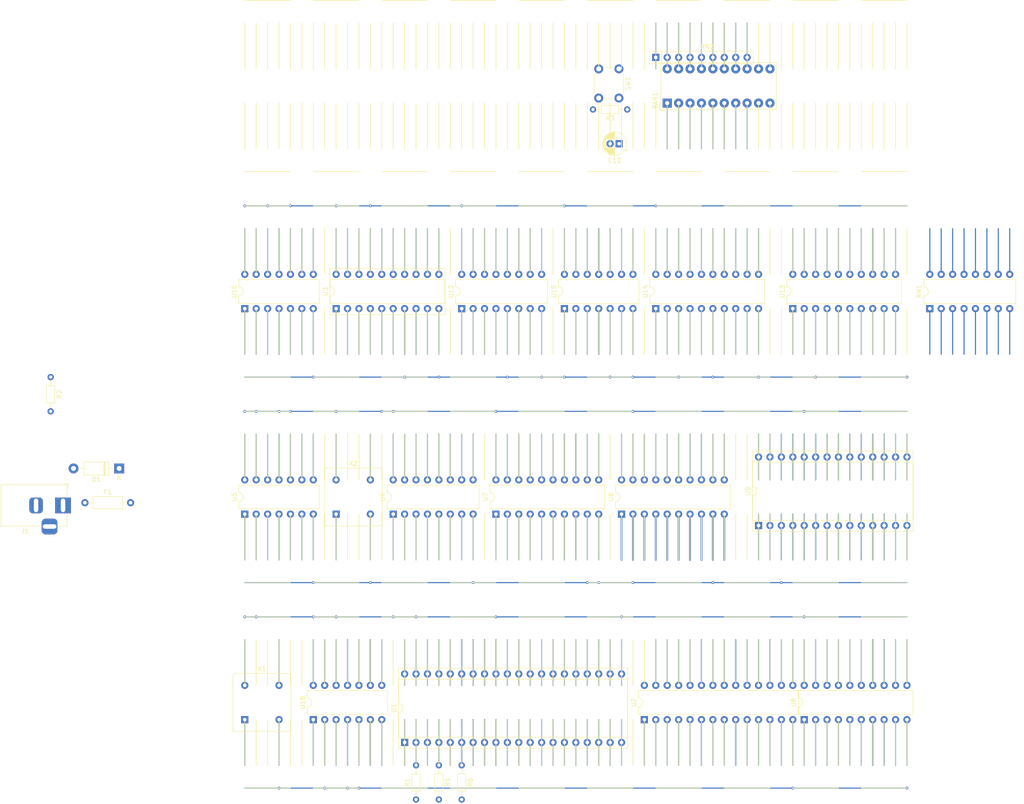
<source format=kicad_pcb>
(kicad_pcb (version 20221018) (generator pcbnew)
  (layers (0 "F.Cu" signal) (31 "B.Cu" signal) (34 "B.Paste" user) (35 "F.Paste" user) (36 "B.SilkS" user "B.Silkscreen") (37 "F.SilkS" user "F.Silkscreen") (38 "B.Mask" user) (39 "F.Mask" user) (44 "Edge.Cuts" user))
  (net 0 "")
  (net 1 "VCC")
  (net 2 "GND")
  (net 4 "/A8")
  (net 5 "Net-(U1-RDY)")
  (net 6 "unconnected-(U1-~{VP}-Pad1)")
  (net 7 "unconnected-(U1-PHI1out-Pad3)")
  (net 8 "unconnected-(U1-~{ML}-Pad5)")
  (net 9 "unconnected-(U1-SYNC-Pad7)")
  (net 10 "/A0")
  (net 11 "/A1")
  (net 12 "/A2")
  (net 13 "/A3")
  (net 14 "/A4")
  (net 15 "/A5")
  (net 16 "/A6")
  (net 17 "/A9")
  (net 18 "/A10")
  (net 19 "/A11")
  (net 20 "/A12")
  (net 21 "/A13")
  (net 22 "/D7")
  (net 23 "/D6")
  (net 24 "/D5")
  (net 25 "/D4")
  (net 26 "/D3")
  (net 27 "/D2")
  (net 28 "/D1")
  (net 29 "/D0")
  (net 30 "/R~{W}")
  (net 31 "unconnected-(U1-NC-Pad35)")
  (net 32 "/PHI2")
  (net 33 "unconnected-(U1-PHI2out-Pad39)")
  (net 34 "/IO module/RESETSW")
  (net 35 "/~{RAMOE}")
  (net 36 "/~{RAMWE}")
  (net 37 "/~{IORD}")
  (net 38 "unconnected-(U4A-O0-Pad4)")
  (net 39 "unconnected-(U4B-O2-Pad10)")
  (net 40 "unconnected-(U4B-O1-Pad11)")
  (net 41 "unconnected-(U4B-O0-Pad12)")
  (net 42 "/~{RDYRESET}")
  (net 43 "/A14")
  (net 44 "/A15")
  (net 45 "/XA8")
  (net 46 "/XA9")
  (net 47 "unconnected-(U5A-~{Q}-Pad6)")
  (net 48 "/IO module/~{ROMCS}")
  (net 49 "/IO module/~{IO0}")
  (net 50 "/IO module/~{IO1}")
  (net 51 "/IO module/~{IO2}")
  (net 52 "/IO module/~{IO3}")
  (net 53 "/IO module/~{IO4}")
  (net 54 "/IO module/~{IO5}")
  (net 55 "unconnected-(U4A-O1-Pad5)")
  (net 60 "Net-(RN2-R1)")
  (net 61 "Net-(RN2-R2)")
  (net 62 "Net-(RN2-R3)")
  (net 63 "Net-(RN2-R4)")
  (net 64 "Net-(RN2-R5)")
  (net 65 "Net-(RN2-R6)")
  (net 66 "Net-(RN2-R7)")
  (net 67 "Net-(RN2-R8)")
  (net 68 "Net-(RN1-R8.2)")
  (net 69 "Net-(RN1-R7.2)")
  (net 70 "Net-(RN1-R6.2)")
  (net 71 "Net-(RN1-R5.2)")
  (net 72 "Net-(RN1-R4.2)")
  (net 73 "Net-(RN1-R3.2)")
  (net 74 "Net-(RN1-R2.2)")
  (net 75 "Net-(RN1-R1.2)")
  (net 76 "/~{RESET}")
  (net 77 "/IO module/~{IOCLK}")
  (net 78 "/IO module/IOWAIT2")
  (net 79 "/XR~{W}")
  (net 80 "/IO module/~{ACT}")
  (net 81 "unconnected-(U3-IOWAITS-Pad18)")
  (net 82 "/XA10")
  (net 83 "/XA11")
  (net 84 "Net-(F1-Pad1)")
  (net 85 "unconnected-(U15-Pad2)")
  (net 86 "unconnected-(U15-Pad6)")
  (net 87 "/A7")
  (net 88 "/XA12")
  (net 89 "/XA13")
  (net 90 "/XA14")
  (net 91 "/XA7")
  (net 92 "/DCLK")
  (net 93 "/IO module/~{IO7}")
  (net 94 "/IO module/~{IO6}")
  (net 95 "unconnected-(U16A-~{Q}-Pad6)")
  (net 96 "unconnected-(U16B-Q-Pad9)")
  (net 97 "/IO module/LED0")
  (net 98 "/IO module/LED1")
  (net 99 "/IO module/LED2")
  (net 100 "/IO module/LED3")
  (net 101 "/IO module/LED4")
  (net 102 "/IO module/LED5")
  (net 103 "/IO module/LED6")
  (net 104 "/IO module/LED7")
  (net 105 "unconnected-(U3-Pad13)")
  (net 106 "unconnected-(U3-Pad14)")
  (net 107 "unconnected-(U3-Pad15)")
  (net 108 "unconnected-(U15-Pad12)")
  (net 109 "/IO module/X~{R}W")
  (net 110 "/~{IOREADY}")
  (net 111 "/IOWAIT")
  (net 112 "/~{IRQ}")
  (net 113 "/~{NMI}")
  (net 114 "/XA1")
  (net 115 "/XA0")
  (net 116 "/XA3")
  (net 117 "/XA2")
  (net 118 "/XA4")
  (net 119 "/XA6")
  (net 120 "/XA5")
  (net 121 "/XD0")
  (net 122 "/XD1")
  (net 123 "/XD3")
  (net 124 "/XD2")
  (net 125 "/XD5")
  (net 126 "/XD4")
  (net 127 "/XD6")
  (net 128 "/XD7")
  (net 129 "unconnected-(U15-Pad10)")
  (net 130 "/~{IOWAIT}")
  (net 131 "Net-(U18-Pad1)")
  (net 132 "unconnected-(U18-Pad6)")
  (net 133 "/CLK")
  (footprint "Package_DIP:DIP-20_W7.62mm" (layer "F.Cu") (at 111.76 86.36 90)
    (fp_text reference "U14")
    (fp_text value "74HCT273")
  )
  (footprint "Package_DIP:DIP-14_W7.62mm" (layer "F.Cu") (at 20.32 86.36 90)
    (fp_text reference "U16")
    (fp_text value "74AHCT74")
  )
  (footprint "Resistor_THT:R_Axial_DIN0207_L6.3mm_D2.5mm_P10.16mm_Horizontal" (layer "F.Cu") (at -15.24 129.54)
    (fp_text reference "F1")
    (fp_text value "Fuse")
  )
  (footprint "Package_DIP:DIP-20_W7.62mm" (layer "F.Cu") (at 144.78 177.8 90)
    (fp_text reference "U8")
    (fp_text value "74HC245")
  )
  (footprint "Package_DIP:DIP-20_W7.62mm" (layer "F.Cu") (at 142.24 86.36 90)
    (fp_text reference "U13")
    (fp_text value "74AHCT245")
  )
  (footprint "Package_DIP:DIP-14_W7.62mm" (layer "F.Cu") (at 20.32 132.08 90)
    (fp_text reference "U5")
    (fp_text value "74HC74")
  )
  (footprint "Package_DIP:DIP-20_W7.62mm" (layer "F.Cu") (at 104.14 132.08 90)
    (fp_text reference "U6")
    (fp_text value "74HC245")
  )
  (footprint "Button_Switch_THT:SW_PUSH_6mm_H4.3mm" (layer "F.Cu") (at 103.56 33.02 -90)
    (fp_text reference "SW1")
    (fp_text value "SW_Push")
  )
  (footprint "Package_DIP:DIP-16_W7.62mm" (layer "F.Cu") (at 53.34 132.08 90)
    (fp_text reference "U4")
    (fp_text value "74AHCT139")
  )
  (footprint "Connector_BarrelJack:BarrelJack_Horizontal" (layer "F.Cu") (at -20.11 130.1425)
    (fp_text reference "J1")
    (fp_text value "Barrel_Jack")
  )
  (footprint "Package_DIP:DIP-16_W7.62mm" (layer "F.Cu") (at 68.58 86.36 90)
    (fp_text reference "U12")
    (fp_text value "74HCT138")
  )
  (footprint "Resistor_THT:R_Axial_DIN0204_L3.6mm_D1.6mm_P7.62mm_Horizontal" (layer "F.Cu") (at 105.41 42.06 180)
    (fp_text reference "R3")
    (fp_text value "22k")
  )
  (footprint "Oscillator:Oscillator_DIP-8" (layer "F.Cu") (at 40.64 132.08)
    (fp_text reference "X2")
    (fp_text value "4MHz")
  )
  (footprint "Display:HDSP-4850" (layer "F.Cu") (at 114.3 40.64 90)
    (fp_text reference "BAR1")
    (fp_text value "HDSP-4850_2")
  )
  (footprint "Package_DIP:DIP-20_W7.62mm_Socket" (layer "F.Cu") (at 40.64 86.36 90)
    (fp_text reference "U3")
    (fp_text value "I/O PLD")
  )
  (footprint "Oscillator:Oscillator_DIP-8" (layer "F.Cu") (at 20.32 177.8)
    (fp_text reference "X1")
    (fp_text value "CXO_DIP8")
  )
  (footprint "Resistor_THT:R_Axial_DIN0204_L3.6mm_D1.6mm_P7.62mm_Horizontal" (layer "F.Cu") (at 58.42 195.58 90)
    (fp_text reference "R1")
    (fp_text value "3k3")
  )
  (footprint "Resistor_THT:R_Array_SIP9" (layer "F.Cu") (at 111.76 30.48)
    (fp_text reference "RN2")
    (fp_text value "10k")
  )
  (footprint "Package_DIP:DIP-14_W7.62mm" (layer "F.Cu") (at 91.44 86.36 90)
    (fp_text reference "U15")
    (fp_text value "74HC14")
  )
  (footprint "Capacitor_THT:CP_Radial_D5.0mm_P2.00mm" (layer "F.Cu") (at 103.6 49.68 180)
    (fp_text reference "C10")
    (fp_text value "10u")
  )
  (footprint "Package_DIP:DIP-14_W7.62mm" (layer "F.Cu") (at 35.56 177.8 90)
    (fp_text reference "U18")
    (fp_text value "74LS32")
  )
  (footprint "Package_DIP:DIP-28_W7.62mm" (layer "F.Cu") (at 109.22 177.8 90)
    (fp_text reference "U2")
    (fp_text value "71256")
  )
  (footprint "Diode_THT:D_DO-41_SOD81_P10.16mm_Horizontal" (layer "F.Cu") (at -7.62 121.92 180)
    (fp_text reference "D1")
    (fp_text value "1N4001")
  )
  (footprint "Package_DIP:DIP-40_W15.24mm_Socket" (layer "F.Cu") (at 55.88 182.88 90)
    (fp_text reference "U1")
    (fp_text value "WD65C02")
  )
  (footprint "Package_DIP:DIP-28_W15.24mm_Socket" (layer "F.Cu") (at 134.62 134.62 90)
    (fp_text reference "U9")
    (fp_text value "28C256")
  )
  (footprint "Resistor_THT:R_Axial_DIN0204_L3.6mm_D1.6mm_P7.62mm_Horizontal" (layer "F.Cu") (at -22.86 101.6 -90)
    (fp_text reference "R2")
    (fp_text value "1k")
  )
  (footprint "Resistor_THT:R_Axial_DIN0204_L3.6mm_D1.6mm_P7.62mm_Horizontal" (layer "F.Cu") (at 63.5 187.96 -90)
    (fp_text reference "R5")
    (fp_text value "330")
  )
  (footprint "Package_DIP:DIP-20_W7.62mm" (layer "F.Cu") (at 76.2 132.08 90)
    (fp_text reference "U7")
    (fp_text value "74HC245")
  )
  (footprint "Package_DIP:DIP-16_W7.62mm" (layer "F.Cu") (at 172.72 86.36 90)
    (fp_text reference "RN1")
    (fp_text value "3k3")
  )
  (footprint "Resistor_THT:R_Axial_DIN0204_L3.6mm_D1.6mm_P7.62mm_Horizontal" (layer "F.Cu") (at 68.58 187.96 -90)
    (fp_text reference "R6")
    (fp_text value "330")
  )
  (gr_line (start 76.2 22.86) (end 76.2 33.02) (stroke (width 0.15)) (layer "F.SilkS"))
  (gr_line (start 119.38 40.64) (end 119.38 50.8) (stroke (width 0.15)) (layer "F.SilkS"))
  (gr_line (start 22.86 40.64) (end 22.86 50.8) (stroke (width 0.15)) (layer "F.SilkS"))
  (gr_line (start 91.44 132.08) (end 91.44 142.24) (stroke (width 0.15)) (layer "F.SilkS"))
  (gr_line (start 48.26 86.36) (end 48.26 96.52) (stroke (width 0.15)) (layer "F.SilkS"))
  (gr_line (start 167.64 177.8) (end 167.64 187.96) (stroke (width 0.15)) (layer "F.SilkS"))
  (gr_line (start 111.76 40.64) (end 111.76 50.8) (stroke (width 0.15)) (layer "F.SilkS"))
  (gr_line (start 91.44 177.8) (end 91.44 187.96) (stroke (width 0.15)) (layer "F.SilkS"))
  (gr_line (start 111.76 177.8) (end 111.76 187.96) (stroke (width 0.15)) (layer "F.SilkS"))
  (gr_line (start 76.2 177.8) (end 76.2 187.96) (stroke (width 0.15)) (layer "F.SilkS"))
  (gr_line (start 48.26 68.58) (end 48.26 78.74) (stroke (width 0.15)) (layer "F.SilkS"))
  (gr_line (start 66.04 177.8) (end 66.04 187.96) (stroke (width 0.15)) (layer "F.SilkS"))
  (gr_line (start 53.34 40.64) (end 53.34 50.8) (stroke (width 0.15)) (layer "F.SilkS"))
  (gr_line (start 111.76 147.32) (end 121.92 147.32) (stroke (width 0.15)) (layer "F.SilkS"))
  (gr_line (start 106.68 22.86) (end 106.68 33.02) (stroke (width 0.15)) (layer "F.SilkS"))
  (gr_line (start 96.52 55.88) (end 106.68 55.88) (stroke (width 0.15)) (layer "F.SilkS"))
  (gr_line (start 121.92 132.08) (end 121.92 142.24) (stroke (width 0.15)) (layer "F.SilkS"))
  (gr_line (start 132.08 132.08) (end 132.08 142.24) (stroke (width 0.15)) (layer "F.SilkS"))
  (gr_line (start 167.64 40.64) (end 167.64 50.8) (stroke (width 0.15)) (layer "F.SilkS"))
  (gr_line (start 114.3 68.58) (end 114.3 78.74) (stroke (width 0.15)) (layer "F.SilkS"))
  (gr_line (start 35.56 160.02) (end 35.56 170.18) (stroke (width 0.15)) (layer "F.SilkS"))
  (gr_line (start 93.98 22.86) (end 93.98 33.02) (stroke (width 0.15)) (layer "F.SilkS"))
  (gr_line (start 101.6 40.64) (end 101.6 50.8) (stroke (width 0.15)) (layer "F.SilkS"))
  (gr_line (start 20.32 101.6) (end 30.48 101.6) (stroke (width 0.15)) (layer "F.SilkS"))
  (gr_line (start 111.76 193.04) (end 121.92 193.04) (stroke (width 0.15)) (layer "F.SilkS"))
  (gr_line (start 109.22 177.8) (end 109.22 187.96) (stroke (width 0.15)) (layer "F.SilkS"))
  (gr_line (start 35.56 177.8) (end 35.56 187.96) (stroke (width 0.15)) (layer "F.SilkS"))
  (gr_line (start 167.64 22.86) (end 167.64 33.02) (stroke (width 0.15)) (layer "F.SilkS"))
  (gr_line (start 38.1 114.3) (end 38.1 124.46) (stroke (width 0.15)) (layer "F.SilkS"))
  (gr_line (start 30.48 160.02) (end 30.48 170.18) (stroke (width 0.15)) (layer "F.SilkS"))
  (gr_line (start 38.1 22.86) (end 38.1 33.02) (stroke (width 0.15)) (layer "F.SilkS"))
  (gr_line (start 43.18 68.58) (end 43.18 78.74) (stroke (width 0.15)) (layer "F.SilkS"))
  (gr_line (start 86.36 40.64) (end 86.36 50.8) (stroke (width 0.15)) (layer "F.SilkS"))
  (gr_line (start 81.28 22.86) (end 81.28 33.02) (stroke (width 0.15)) (layer "F.SilkS"))
  (gr_line (start 50.8 17.78) (end 60.96 17.78) (stroke (width 0.15)) (layer "F.SilkS"))
  (gr_line (start 50.8 22.86) (end 50.8 33.02) (stroke (width 0.15)) (layer "F.SilkS"))
  (gr_line (start 99.06 132.08) (end 99.06 142.24) (stroke (width 0.15)) (layer "F.SilkS"))
  (gr_line (start 154.94 22.86) (end 154.94 33.02) (stroke (width 0.15)) (layer "F.SilkS"))
  (gr_line (start 91.44 68.58) (end 91.44 78.74) (stroke (width 0.15)) (layer "F.SilkS"))
  (gr_line (start 20.32 147.32) (end 30.48 147.32) (stroke (width 0.15)) (layer "F.SilkS"))
  (gr_line (start 160.02 40.64) (end 160.02 50.8) (stroke (width 0.15)) (layer "F.SilkS"))
  (gr_line (start 142.24 63.5) (end 152.4 63.5) (stroke (width 0.15)) (layer "F.SilkS"))
  (gr_line (start 129.54 22.86) (end 129.54 33.02) (stroke (width 0.15)) (layer "F.SilkS"))
  (gr_line (start 116.84 86.36) (end 116.84 96.52) (stroke (width 0.15)) (layer "F.SilkS"))
  (gr_line (start 33.02 40.64) (end 33.02 50.8) (stroke (width 0.15)) (layer "F.SilkS"))
  (gr_line (start 35.56 40.64) (end 35.56 50.8) (stroke (width 0.15)) (layer "F.SilkS"))
  (gr_line (start 20.32 55.88) (end 30.48 55.88) (stroke (width 0.15)) (layer "F.SilkS"))
  (gr_line (start 132.08 22.86) (end 132.08 33.02) (stroke (width 0.15)) (layer "F.SilkS"))
  (gr_line (start 43.18 40.64) (end 43.18 50.8) (stroke (width 0.15)) (layer "F.SilkS"))
  (gr_line (start 88.9 160.02) (end 88.9 170.18) (stroke (width 0.15)) (layer "F.SilkS"))
  (gr_line (start 149.86 22.86) (end 149.86 33.02) (stroke (width 0.15)) (layer "F.SilkS"))
  (gr_line (start 109.22 40.64) (end 109.22 50.8) (stroke (width 0.15)) (layer "F.SilkS"))
  (gr_line (start 99.06 68.58) (end 99.06 78.74) (stroke (width 0.15)) (layer "F.SilkS"))
  (gr_line (start 86.36 114.3) (end 86.36 124.46) (stroke (width 0.15)) (layer "F.SilkS"))
  (gr_line (start 27.94 114.3) (end 27.94 124.46) (stroke (width 0.15)) (layer "F.SilkS"))
  (gr_line (start 139.7 160.02) (end 139.7 170.18) (stroke (width 0.15)) (layer "F.SilkS"))
  (gr_line (start 25.4 132.08) (end 25.4 142.24) (stroke (width 0.15)) (layer "F.SilkS"))
  (gr_line (start 35.56 147.32) (end 45.72 147.32) (stroke (width 0.15)) (layer "F.SilkS"))
  (gr_line (start 157.48 63.5) (end 167.64 63.5) (stroke (width 0.15)) (layer "F.SilkS"))
  (gr_line (start 124.46 22.86) (end 124.46 33.02) (stroke (width 0.15)) (layer "F.SilkS"))
  (gr_line (start 106.68 114.3) (end 106.68 124.46) (stroke (width 0.15)) (layer "F.SilkS"))
  (gr_line (start 86.36 86.36) (end 86.36 96.52) (stroke (width 0.15)) (layer "F.SilkS"))
  (gr_line (start 53.34 177.8) (end 53.34 187.96) (stroke (width 0.15)) (layer "F.SilkS"))
  (gr_line (start 53.34 114.3) (end 53.34 124.46) (stroke (width 0.15)) (layer "F.SilkS"))
  (gr_line (start 124.46 160.02) (end 124.46 170.18) (stroke (width 0.15)) (layer "F.SilkS"))
  (gr_line (start 99.06 177.8) (end 99.06 187.96) (stroke (width 0.15)) (layer "F.SilkS"))
  (gr_line (start 20.32 40.64) (end 20.32 50.8) (stroke (width 0.15)) (layer "F.SilkS"))
  (gr_line (start 119.38 68.58) (end 119.38 78.74) (stroke (width 0.15)) (layer "F.SilkS"))
  (gr_line (start 25.4 40.64) (end 25.4 50.8) (stroke (width 0.15)) (layer "F.SilkS"))
  (gr_line (start 66.04 193.04) (end 76.2 193.04) (stroke (width 0.15)) (layer "F.SilkS"))
  (gr_line (start 45.72 22.86) (end 45.72 33.02) (stroke (width 0.15)) (layer "F.SilkS"))
  (gr_line (start 127 40.64) (end 127 50.8) (stroke (width 0.15)) (layer "F.SilkS"))
  (gr_line (start 157.48 114.3) (end 157.48 124.46) (stroke (width 0.15)) (layer "F.SilkS"))
  (gr_line (start 144.78 177.8) (end 144.78 187.96) (stroke (width 0.15)) (layer "F.SilkS"))
  (gr_line (start 30.48 40.64) (end 30.48 50.8) (stroke (width 0.15)) (layer "F.SilkS"))
  (gr_line (start 129.54 160.02) (end 129.54 170.18) (stroke (width 0.15)) (layer "F.SilkS"))
  (gr_line (start 142.24 154.94) (end 152.4 154.94) (stroke (width 0.15)) (layer "F.SilkS"))
  (gr_line (start 154.94 114.3) (end 154.94 124.46) (stroke (width 0.15)) (layer "F.SilkS"))
  (gr_line (start 60.96 132.08) (end 60.96 142.24) (stroke (width 0.15)) (layer "F.SilkS"))
  (gr_line (start 165.1 40.64) (end 165.1 50.8) (stroke (width 0.15)) (layer "F.SilkS"))
  (gr_line (start 43.18 132.08) (end 43.18 142.24) (stroke (width 0.15)) (layer "F.SilkS"))
  (gr_line (start 93.98 40.64) (end 93.98 50.8) (stroke (width 0.15)) (layer "F.SilkS"))
  (gr_line (start 96.52 177.8) (end 96.52 187.96) (stroke (width 0.15)) (layer "F.SilkS"))
  (gr_line (start 162.56 160.02) (end 162.56 170.18) (stroke (width 0.15)) (layer "F.SilkS"))
  (gr_line (start 22.86 22.86) (end 22.86 33.02) (stroke (width 0.15)) (layer "F.SilkS"))
  (gr_line (start 78.74 68.58) (end 78.74 78.74) (stroke (width 0.15)) (layer "F.SilkS"))
  (gr_line (start 96.52 101.6) (end 106.68 101.6) (stroke (width 0.15)) (layer "F.SilkS"))
  (gr_line (start 134.62 22.86) (end 134.62 33.02) (stroke (width 0.15)) (layer "F.SilkS"))
  (gr_line (start 43.18 86.36) (end 43.18 96.52) (stroke (width 0.15)) (layer "F.SilkS"))
  (gr_line (start 71.12 68.58) (end 71.12 78.74) (stroke (width 0.15)) (layer "F.SilkS"))
  (gr_line (start 81.28 177.8) (end 81.28 187.96) (stroke (width 0.15)) (layer "F.SilkS"))
  (gr_line (start 109.22 86.36) (end 109.22 96.52) (stroke (width 0.15)) (layer "F.SilkS"))
  (gr_line (start 27.94 40.64) (end 27.94 50.8) (stroke (width 0.15)) (layer "F.SilkS"))
  (gr_line (start 142.24 68.58) (end 142.24 78.74) (stroke (width 0.15)) (layer "F.SilkS"))
  (gr_line (start 160.02 22.86) (end 160.02 33.02) (stroke (width 0.15)) (layer "F.SilkS"))
  (gr_line (start 154.94 132.08) (end 154.94 142.24) (stroke (width 0.15)) (layer "F.SilkS"))
  (gr_line (start 96.52 114.3) (end 96.52 124.46) (stroke (width 0.15)) (layer "F.SilkS"))
  (gr_line (start 63.5 177.8) (end 63.5 187.96) (stroke (width 0.15)) (layer "F.SilkS"))
  (gr_line (start 101.6 86.36) (end 101.6 96.52) (stroke (width 0.15)) (layer "F.SilkS"))
  (gr_line (start 157.48 55.88) (end 167.64 55.88) (stroke (width 0.15)) (layer "F.SilkS"))
  (gr_line (start 48.26 177.8) (end 48.26 187.96) (stroke (width 0.15)) (layer "F.SilkS"))
  (gr_line (start 63.5 68.58) (end 63.5 78.74) (stroke (width 0.15)) (layer "F.SilkS"))
  (gr_line (start 45.72 114.3) (end 45.72 124.46) (stroke (width 0.15)) (layer "F.SilkS"))
  (gr_line (start 78.74 132.08) (end 78.74 142.24) (stroke (width 0.15)) (layer "F.SilkS"))
  (gr_line (start 142.24 109.22) (end 152.4 109.22) (stroke (width 0.15)) (layer "F.SilkS"))
  (gr_line (start 63.5 160.02) (end 63.5 170.18) (stroke (width 0.15)) (layer "F.SilkS"))
  (gr_line (start 167.64 132.08) (end 167.64 142.24) (stroke (width 0.15)) (layer "F.SilkS"))
  (gr_line (start 127 177.8) (end 127 187.96) (stroke (width 0.15)) (layer "F.SilkS"))
  (gr_line (start 116.84 68.58) (end 116.84 78.74) (stroke (width 0.15)) (layer "F.SilkS"))
  (gr_line (start 78.74 177.8) (end 78.74 187.96) (stroke (width 0.15)) (layer "F.SilkS"))
  (gr_line (start 76.2 160.02) (end 76.2 170.18) (stroke (width 0.15)) (layer "F.SilkS"))
  (gr_line (start 127 147.32) (end 137.16 147.32) (stroke (width 0.15)) (layer "F.SilkS"))
  (gr_line (start 101.6 22.86) (end 101.6 33.02) (stroke (width 0.15)) (layer "F.SilkS"))
  (gr_line (start 119.38 160.02) (end 119.38 170.18) (stroke (width 0.15)) (layer "F.SilkS"))
  (gr_line (start 99.06 40.64) (end 99.06 50.8) (stroke (width 0.15)) (layer "F.SilkS"))
  (gr_line (start 139.7 177.8) (end 139.7 187.96) (stroke (width 0.15)) (layer "F.SilkS"))
  (gr_line (start 147.32 177.8) (end 147.32 187.96) (stroke (width 0.15)) (layer "F.SilkS"))
  (gr_line (start 160.02 132.08) (end 160.02 142.24) (stroke (width 0.15)) (layer "F.SilkS"))
  (gr_line (start 147.32 86.36) (end 147.32 96.52) (stroke (width 0.15)) (layer "F.SilkS"))
  (gr_line (start 157.48 109.22) (end 167.64 109.22) (stroke (width 0.15)) (layer "F.SilkS"))
  (gr_line (start 142.24 132.08) (end 142.24 142.24) (stroke (width 0.15)) (layer "F.SilkS"))
  (gr_line (start 60.96 68.58) (end 60.96 78.74) (stroke (width 0.15)) (layer "F.SilkS"))
  (gr_line (start 165.1 86.36) (end 165.1 96.52) (stroke (width 0.15)) (layer "F.SilkS"))
  (gr_line (start 116.84 132.08) (end 116.84 142.24) (stroke (width 0.15)) (layer "F.SilkS"))
  (gr_line (start 68.58 68.58) (end 68.58 78.74) (stroke (width 0.15)) (layer "F.SilkS"))
  (gr_line (start 111.76 101.6) (end 121.92 101.6) (stroke (width 0.15)) (layer "F.SilkS"))
  (gr_line (start 162.56 86.36) (end 162.56 96.52) (stroke (width 0.15)) (layer "F.SilkS"))
  (gr_line (start 48.26 132.08) (end 48.26 142.24) (stroke (width 0.15)) (layer "F.SilkS"))
  (gr_line (start 101.6 160.02) (end 101.6 170.18) (stroke (width 0.15)) (layer "F.SilkS"))
  (gr_line (start 33.02 86.36) (end 33.02 96.52) (stroke (width 0.15)) (layer "F.SilkS"))
  (gr_line (start 45.72 40.64) (end 45.72 50.8) (stroke (width 0.15)) (layer "F.SilkS"))
  (gr_line (start 152.4 177.8) (end 152.4 187.96) (stroke (width 0.15)) (layer "F.SilkS"))
  (gr_line (start 127 68.58) (end 127 78.74) (stroke (width 0.15)) (layer "F.SilkS"))
  (gr_line (start 53.34 22.86) (end 53.34 33.02) (stroke (width 0.15)) (layer "F.SilkS"))
  (gr_line (start 83.82 68.58) (end 83.82 78.74) (stroke (width 0.15)) (layer "F.SilkS"))
  (gr_line (start 38.1 132.08) (end 38.1 142.24) (stroke (width 0.15)) (layer "F.SilkS"))
  (gr_line (start 142.24 22.86) (end 142.24 33.02) (stroke (width 0.15)) (layer "F.SilkS"))
  (gr_line (start 142.24 160.02) (end 142.24 170.18) (stroke (width 0.15)) (layer "F.SilkS"))
  (gr_line (start 22.86 160.02) (end 22.86 170.18) (stroke (width 0.15)) (layer "F.SilkS"))
  (gr_line (start 68.58 22.86) (end 68.58 33.02) (stroke (width 0.15)) (layer "F.SilkS"))
  (gr_line (start 30.48 86.36) (end 30.48 96.52) (stroke (width 0.15)) (layer "F.SilkS"))
  (gr_line (start 165.1 22.86) (end 165.1 33.02) (stroke (width 0.15)) (layer "F.SilkS"))
  (gr_line (start 30.48 22.86) (end 30.48 33.02) (stroke (width 0.15)) (layer "F.SilkS"))
  (gr_line (start 96.52 147.32) (end 106.68 147.32) (stroke (width 0.15)) (layer "F.SilkS"))
  (gr_line (start 30.48 132.08) (end 30.48 142.24) (stroke (width 0.15)) (layer "F.SilkS"))
  (gr_line (start 157.48 177.8) (end 157.48 187.96) (stroke (width 0.15)) (layer "F.SilkS"))
  (gr_line (start 35.56 193.04) (end 45.72 193.04) (stroke (width 0.15)) (layer "F.SilkS"))
  (gr_line (start 81.28 17.78) (end 91.44 17.78) (stroke (width 0.15)) (layer "F.SilkS"))
  (gr_line (start 111.76 132.08) (end 111.76 142.24) (stroke (width 0.15)) (layer "F.SilkS"))
  (gr_line (start 20.32 114.3) (end 20.32 124.46) (stroke (width 0.15)) (layer "F.SilkS"))
  (gr_line (start 33.02 177.8) (end 33.02 187.96) (stroke (width 0.15)) (layer "F.SilkS"))
  (gr_line (start 160.02 86.36) (end 160.02 96.52) (stroke (width 0.15)) (layer "F.SilkS"))
  (gr_line (start 96.52 63.5) (end 106.68 63.5) (stroke (width 0.15)) (layer "F.SilkS"))
  (gr_line (start 137.16 86.36) (end 137.16 96.52) (stroke (width 0.15)) (layer "F.SilkS"))
  (gr_line (start 109.22 114.3) (end 109.22 124.46) (stroke (width 0.15)) (layer "F.SilkS"))
  (gr_line (start 50.8 109.22) (end 60.96 109.22) (stroke (width 0.15)) (layer "F.SilkS"))
  (gr_line (start 88.9 40.64) (end 88.9 50.8) (stroke (width 0.15)) (layer "F.SilkS"))
  (gr_line (start 73.66 40.64) (end 73.66 50.8) (stroke (width 0.15)) (layer "F.SilkS"))
  (gr_line (start 63.5 86.36) (end 63.5 96.52) (stroke (width 0.15)) (layer "F.SilkS"))
  (gr_line (start 88.9 68.58) (end 88.9 78.74) (stroke (width 0.15)) (layer "F.SilkS"))
  (gr_line (start 73.66 86.36) (end 73.66 96.52) (stroke (width 0.15)) (layer "F.SilkS"))
  (gr_line (start 68.58 114.3) (end 68.58 124.46) (stroke (width 0.15)) (layer "F.SilkS"))
  (gr_line (start 66.04 22.86) (end 66.04 33.02) (stroke (width 0.15)) (layer "F.SilkS"))
  (gr_line (start 111.76 55.88) (end 121.92 55.88) (stroke (width 0.15)) (layer "F.SilkS"))
  (gr_line (start 149.86 114.3) (end 149.86 124.46) (stroke (width 0.15)) (layer "F.SilkS"))
  (gr_line (start 96.52 22.86) (end 96.52 33.02) (stroke (width 0.15)) (layer "F.SilkS"))
  (gr_line (start 40.64 86.36) (end 40.64 96.52) (stroke (width 0.15)) (layer "F.SilkS"))
  (gr_line (start 96.52 109.22) (end 106.68 109.22) (stroke (width 0.15)) (layer "F.SilkS"))
  (gr_line (start 58.42 86.36) (end 58.42 96.52) (stroke (width 0.15)) (layer "F.SilkS"))
  (gr_line (start 121.92 22.86) (end 121.92 33.02) (stroke (width 0.15)) (layer "F.SilkS"))
  (gr_line (start 142.24 193.04) (end 152.4 193.04) (stroke (width 0.15)) (layer "F.SilkS"))
  (gr_line (start 81.28 68.58) (end 81.28 78.74) (stroke (width 0.15)) (layer "F.SilkS"))
  (gr_line (start 25.4 68.58) (end 25.4 78.74) (stroke (width 0.15)) (layer "F.SilkS"))
  (gr_line (start 68.58 40.64) (end 68.58 50.8) (stroke (width 0.15)) (layer "F.SilkS"))
  (gr_line (start 35.56 17.78) (end 45.72 17.78) (stroke (width 0.15)) (layer "F.SilkS"))
  (gr_line (start 96.52 17.78) (end 106.68 17.78) (stroke (width 0.15)) (layer "F.SilkS"))
  (gr_line (start 35.56 132.08) (end 35.56 142.24) (stroke (width 0.15)) (layer "F.SilkS"))
  (gr_line (start 129.54 40.64) (end 129.54 50.8) (stroke (width 0.15)) (layer "F.SilkS"))
  (gr_line (start 157.48 132.08) (end 157.48 142.24) (stroke (width 0.15)) (layer "F.SilkS"))
  (gr_line (start 55.88 132.08) (end 55.88 142.24) (stroke (width 0.15)) (layer "F.SilkS"))
  (gr_line (start 127 86.36) (end 127 96.52) (stroke (width 0.15)) (layer "F.SilkS"))
  (gr_line (start 104.14 22.86) (end 104.14 33.02) (stroke (width 0.15)) (layer "F.SilkS"))
  (gr_line (start 111.76 114.3) (end 111.76 124.46) (stroke (width 0.15)) (layer "F.SilkS"))
  (gr_line (start 33.02 160.02) (end 33.02 170.18) (stroke (width 0.15)) (layer "F.SilkS"))
  (gr_line (start 30.48 177.8) (end 30.48 187.96) (stroke (width 0.15)) (layer "F.SilkS"))
  (gr_line (start 129.54 86.36) (end 129.54 96.52) (stroke (width 0.15)) (layer "F.SilkS"))
  (gr_line (start 142.24 40.64) (end 142.24 50.8) (stroke (width 0.15)) (layer "F.SilkS"))
  (gr_line (start 91.44 86.36) (end 91.44 96.52) (stroke (width 0.15)) (layer "F.SilkS"))
  (gr_line (start 22.86 68.58) (end 22.86 78.74) (stroke (width 0.15)) (layer "F.SilkS"))
  (gr_line (start 83.82 22.86) (end 83.82 33.02) (stroke (width 0.15)) (layer "F.SilkS"))
  (gr_line (start 104.14 86.36) (end 104.14 96.52) (stroke (width 0.15)) (layer "F.SilkS"))
  (gr_line (start 162.56 68.58) (end 162.56 78.74) (stroke (width 0.15)) (layer "F.SilkS"))
  (gr_line (start 63.5 40.64) (end 63.5 50.8) (stroke (width 0.15)) (layer "F.SilkS"))
  (gr_line (start 40.64 22.86) (end 40.64 33.02) (stroke (width 0.15)) (layer "F.SilkS"))
  (gr_line (start 60.96 114.3) (end 60.96 124.46) (stroke (width 0.15)) (layer "F.SilkS"))
  (gr_line (start 50.8 55.88) (end 60.96 55.88) (stroke (width 0.15)) (layer "F.SilkS"))
  (gr_line (start 78.74 114.3) (end 78.74 124.46) (stroke (width 0.15)) (layer "F.SilkS"))
  (gr_line (start 157.48 17.78) (end 167.64 17.78) (stroke (width 0.15)) (layer "F.SilkS"))
  (gr_line (start 35.56 68.58) (end 35.56 78.74) (stroke (width 0.15)) (layer "F.SilkS"))
  (gr_line (start 25.4 177.8) (end 25.4 187.96) (stroke (width 0.15)) (layer "F.SilkS"))
  (gr_line (start 27.94 177.8) (end 27.94 187.96) (stroke (width 0.15)) (layer "F.SilkS"))
  (gr_line (start 154.94 86.36) (end 154.94 96.52) (stroke (width 0.15)) (layer "F.SilkS"))
  (gr_line (start 101.6 114.3) (end 101.6 124.46) (stroke (width 0.15)) (layer "F.SilkS"))
  (gr_line (start 58.42 68.58) (end 58.42 78.74) (stroke (width 0.15)) (layer "F.SilkS"))
  (gr_line (start 45.72 160.02) (end 45.72 170.18) (stroke (width 0.15)) (layer "F.SilkS"))
  (gr_line (start 144.78 114.3) (end 144.78 124.46) (stroke (width 0.15)) (layer "F.SilkS"))
  (gr_line (start 96.52 193.04) (end 106.68 193.04) (stroke (width 0.15)) (layer "F.SilkS"))
  (gr_line (start 81.28 55.88) (end 91.44 55.88) (stroke (width 0.15)) (layer "F.SilkS"))
  (gr_line (start 50.8 177.8) (end 50.8 187.96) (stroke (width 0.15)) (layer "F.SilkS"))
  (gr_line (start 114.3 177.8) (end 114.3 187.96) (stroke (width 0.15)) (layer "F.SilkS"))
  (gr_line (start 81.28 101.6) (end 91.44 101.6) (stroke (width 0.15)) (layer "F.SilkS"))
  (gr_line (start 73.66 114.3) (end 73.66 124.46) (stroke (width 0.15)) (layer "F.SilkS"))
  (gr_line (start 152.4 40.64) (end 152.4 50.8) (stroke (width 0.15)) (layer "F.SilkS"))
  (gr_line (start 127 109.22) (end 137.16 109.22) (stroke (width 0.15)) (layer "F.SilkS"))
  (gr_line (start 149.86 160.02) (end 149.86 170.18) (stroke (width 0.15)) (layer "F.SilkS"))
  (gr_line (start 20.32 132.08) (end 20.32 142.24) (stroke (width 0.15)) (layer "F.SilkS"))
  (gr_line (start 38.1 86.36) (end 38.1 96.52) (stroke (width 0.15)) (layer "F.SilkS"))
  (gr_line (start 137.16 132.08) (end 137.16 142.24) (stroke (width 0.15)) (layer "F.SilkS"))
  (gr_line (start 127 132.08) (end 127 142.24) (stroke (width 0.15)) (layer "F.SilkS"))
  (gr_line (start 27.94 86.36) (end 27.94 96.52) (stroke (width 0.15)) (layer "F.SilkS"))
  (gr_line (start 93.98 86.36) (end 93.98 96.52) (stroke (width 0.15)) (layer "F.SilkS"))
  (gr_line (start 53.34 132.08) (end 53.34 142.24) (stroke (width 0.15)) (layer "F.SilkS"))
  (gr_line (start 68.58 132.08) (end 68.58 142.24) (stroke (width 0.15)) (layer "F.SilkS"))
  (gr_line (start 106.68 68.58) (end 106.68 78.74) (stroke (width 0.15)) (layer "F.SilkS"))
  (gr_line (start 132.08 68.58) (end 132.08 78.74) (stroke (width 0.15)) (layer "F.SilkS"))
  (gr_line (start 73.66 160.02) (end 73.66 170.18) (stroke (width 0.15)) (layer "F.SilkS"))
  (gr_line (start 40.64 132.08) (end 40.64 142.24) (stroke (width 0.15)) (layer "F.SilkS"))
  (gr_line (start 71.12 22.86) (end 71.12 33.02) (stroke (width 0.15)) (layer "F.SilkS"))
  (gr_line (start 111.76 22.86) (end 111.76 33.02) (stroke (width 0.15)) (layer "F.SilkS"))
  (gr_line (start 124.46 177.8) (end 124.46 187.96) (stroke (width 0.15)) (layer "F.SilkS"))
  (gr_line (start 106.68 86.36) (end 106.68 96.52) (stroke (width 0.15)) (layer "F.SilkS"))
  (gr_line (start 147.32 114.3) (end 147.32 124.46) (stroke (width 0.15)) (layer "F.SilkS"))
  (gr_line (start 78.74 22.86) (end 78.74 33.02) (stroke (width 0.15)) (layer "F.SilkS"))
  (gr_line (start 35.56 154.94) (end 45.72 154.94) (stroke (width 0.15)) (layer "F.SilkS"))
  (gr_line (start 134.62 114.3) (end 134.62 124.46) (stroke (width 0.15)) (layer "F.SilkS"))
  (gr_line (start 58.42 22.86) (end 58.42 33.02) (stroke (width 0.15)) (layer "F.SilkS"))
  (gr_line (start 20.32 17.78) (end 30.48 17.78) (stroke (width 0.15)) (layer "F.SilkS"))
  (gr_line (start 144.78 86.36) (end 144.78 96.52) (stroke (width 0.15)) (layer "F.SilkS"))
  (gr_line (start 91.44 22.86) (end 91.44 33.02) (stroke (width 0.15)) (layer "F.SilkS"))
  (gr_line (start 20.32 177.8) (end 20.32 187.96) (stroke (width 0.15)) (layer "F.SilkS"))
  (gr_line (start 144.78 160.02) (end 144.78 170.18) (stroke (width 0.15)) (layer "F.SilkS"))
  (gr_line (start 55.88 68.58) (end 55.88 78.74) (stroke (width 0.15)) (layer "F.SilkS"))
  (gr_line (start 165.1 177.8) (end 165.1 187.96) (stroke (width 0.15)) (layer "F.SilkS"))
  (gr_line (start 99.06 114.3) (end 99.06 124.46) (stroke (width 0.15)) (layer "F.SilkS"))
  (gr_line (start 149.86 40.64) (end 149.86 50.8) (stroke (width 0.15)) (layer "F.SilkS"))
  (gr_line (start 139.7 132.08) (end 139.7 142.24) (stroke (width 0.15)) (layer "F.SilkS"))
  (gr_line (start 99.06 160.02) (end 99.06 170.18) (stroke (width 0.15)) (layer "F.SilkS"))
  (gr_line (start 43.18 22.86) (end 43.18 33.02) (stroke (width 0.15)) (layer "F.SilkS"))
  (gr_line (start 152.4 68.58) (end 152.4 78.74) (stroke (width 0.15)) (layer "F.SilkS"))
  (gr_line (start 86.36 177.8) (end 86.36 187.96) (stroke (width 0.15)) (layer "F.SilkS"))
  (gr_line (start 152.4 22.86) (end 152.4 33.02) (stroke (width 0.15)) (layer "F.SilkS"))
  (gr_line (start 137.16 68.58) (end 137.16 78.74) (stroke (width 0.15)) (layer "F.SilkS"))
  (gr_line (start 109.22 68.58) (end 109.22 78.74) (stroke (width 0.15)) (layer "F.SilkS"))
  (gr_line (start 127 114.3) (end 127 124.46) (stroke (width 0.15)) (layer "F.SilkS"))
  (gr_line (start 55.88 160.02) (end 55.88 170.18) (stroke (width 0.15)) (layer "F.SilkS"))
  (gr_line (start 81.28 40.64) (end 81.28 50.8) (stroke (width 0.15)) (layer "F.SilkS"))
  (gr_line (start 86.36 68.58) (end 86.36 78.74) (stroke (width 0.15)) (layer "F.SilkS"))
  (gr_line (start 99.06 22.86) (end 99.06 33.02) (stroke (width 0.15)) (layer "F.SilkS"))
  (gr_line (start 83.82 160.02) (end 83.82 170.18) (stroke (width 0.15)) (layer "F.SilkS"))
  (gr_line (start 137.16 160.02) (end 137.16 170.18) (stroke (width 0.15)) (layer "F.SilkS"))
  (gr_line (start 66.04 160.02) (end 66.04 170.18) (stroke (width 0.15)) (layer "F.SilkS"))
  (gr_line (start 121.92 160.02) (end 121.92 170.18) (stroke (width 0.15)) (layer "F.SilkS"))
  (gr_line (start 154.94 68.58) (end 154.94 78.74) (stroke (width 0.15)) (layer "F.SilkS"))
  (gr_line (start 33.02 68.58) (end 33.02 78.74) (stroke (width 0.15)) (layer "F.SilkS"))
  (gr_line (start 27.94 132.08) (end 27.94 142.24) (stroke (width 0.15)) (layer "F.SilkS"))
  (gr_line (start 167.64 86.36) (end 167.64 96.52) (stroke (width 0.15)) (layer "F.SilkS"))
  (gr_line (start 66.04 86.36) (end 66.04 96.52) (stroke (width 0.15)) (layer "F.SilkS"))
  (gr_line (start 111.76 63.5) (end 121.92 63.5) (stroke (width 0.15)) (layer "F.SilkS"))
  (gr_line (start 50.8 63.5) (end 60.96 63.5) (stroke (width 0.15)) (layer "F.SilkS"))
  (gr_line (start 134.62 86.36) (end 134.62 96.52) (stroke (width 0.15)) (layer "F.SilkS"))
  (gr_line (start 142.24 147.32) (end 152.4 147.32) (stroke (width 0.15)) (layer "F.SilkS"))
  (gr_line (start 165.1 160.02) (end 165.1 170.18) (stroke (width 0.15)) (layer "F.SilkS"))
  (gr_line (start 73.66 68.58) (end 73.66 78.74) (stroke (width 0.15)) (layer "F.SilkS"))
  (gr_line (start 124.46 132.08) (end 124.46 142.24) (stroke (width 0.15)) (layer "F.SilkS"))
  (gr_line (start 157.48 22.86) (end 157.48 33.02) (stroke (width 0.15)) (layer "F.SilkS"))
  (gr_line (start 43.18 160.02) (end 43.18 170.18) (stroke (width 0.15)) (layer "F.SilkS"))
  (gr_line (start 66.04 109.22) (end 76.2 109.22) (stroke (width 0.15)) (layer "F.SilkS"))
  (gr_line (start 38.1 68.58) (end 38.1 78.74) (stroke (width 0.15)) (layer "F.SilkS"))
  (gr_line (start 147.32 160.02) (end 147.32 170.18) (stroke (width 0.15)) (layer "F.SilkS"))
  (gr_line (start 55.88 86.36) (end 55.88 96.52) (stroke (width 0.15)) (layer "F.SilkS"))
  (gr_line (start 109.22 22.86) (end 109.22 33.02) (stroke (width 0.15)) (layer "F.SilkS"))
  (gr_line (start 40.64 160.02) (end 40.64 170.18) (stroke (width 0.15)) (layer "F.SilkS"))
  (gr_line (start 86.36 160.02) (end 86.36 170.18) (stroke (width 0.15)) (layer "F.SilkS"))
  (gr_line (start 165.1 68.58) (end 165.1 78.74) (stroke (width 0.15)) (layer "F.SilkS"))
  (gr_line (start 104.14 114.3) (end 104.14 124.46) (stroke (width 0.15)) (layer "F.SilkS"))
  (gr_line (start 48.26 160.02) (end 48.26 170.18) (stroke (width 0.15)) (layer "F.SilkS"))
  (gr_line (start 157.48 40.64) (end 157.48 50.8) (stroke (width 0.15)) (layer "F.SilkS"))
  (gr_line (start 101.6 68.58) (end 101.6 78.74) (stroke (width 0.15)) (layer "F.SilkS"))
  (gr_line (start 142.24 17.78) (end 152.4 17.78) (stroke (width 0.15)) (layer "F.SilkS"))
  (gr_line (start 157.48 154.94) (end 167.64 154.94) (stroke (width 0.15)) (layer "F.SilkS"))
  (gr_line (start 50.8 40.64) (end 50.8 50.8) (stroke (width 0.15)) (layer "F.SilkS"))
  (gr_line (start 104.14 177.8) (end 104.14 187.96) (stroke (width 0.15)) (layer "F.SilkS"))
  (gr_line (start 81.28 147.32) (end 91.44 147.32) (stroke (width 0.15)) (layer "F.SilkS"))
  (gr_line (start 58.42 160.02) (end 58.42 170.18) (stroke (width 0.15)) (layer "F.SilkS"))
  (gr_line (start 50.8 86.36) (end 50.8 96.52) (stroke (width 0.15)) (layer "F.SilkS"))
  (gr_line (start 91.44 114.3) (end 91.44 124.46) (stroke (width 0.15)) (layer "F.SilkS"))
  (gr_line (start 152.4 86.36) (end 152.4 96.52) (stroke (width 0.15)) (layer "F.SilkS"))
  (gr_line (start 88.9 132.08) (end 88.9 142.24) (stroke (width 0.15)) (layer "F.SilkS"))
  (gr_line (start 127 17.78) (end 137.16 17.78) (stroke (width 0.15)) (layer "F.SilkS"))
  (gr_line (start 81.28 132.08) (end 81.28 142.24) (stroke (width 0.15)) (layer "F.SilkS"))
  (gr_line (start 81.28 63.5) (end 91.44 63.5) (stroke (width 0.15)) (layer "F.SilkS"))
  (gr_line (start 106.68 132.08) (end 106.68 142.24) (stroke (width 0.15)) (layer "F.SilkS"))
  (gr_line (start 45.72 132.08) (end 45.72 142.24) (stroke (width 0.15)) (layer "F.SilkS"))
  (gr_line (start 162.56 132.08) (end 162.56 142.24) (stroke (width 0.15)) (layer "F.SilkS"))
  (gr_line (start 109.22 160.02) (end 109.22 170.18) (stroke (width 0.15)) (layer "F.SilkS"))
  (gr_line (start 60.96 40.64) (end 60.96 50.8) (stroke (width 0.15)) (layer "F.SilkS"))
  (gr_line (start 154.94 160.02) (end 154.94 170.18) (stroke (width 0.15)) (layer "F.SilkS"))
  (gr_line (start 127 55.88) (end 137.16 55.88) (stroke (width 0.15)) (layer "F.SilkS"))
  (gr_line (start 142.24 55.88) (end 152.4 55.88) (stroke (width 0.15)) (layer "F.SilkS"))
  (gr_line (start 35.56 22.86) (end 35.56 33.02) (stroke (width 0.15)) (layer "F.SilkS"))
  (gr_line (start 38.1 40.64) (end 38.1 50.8) (stroke (width 0.15)) (layer "F.SilkS"))
  (gr_line (start 60.96 160.02) (end 60.96 170.18) (stroke (width 0.15)) (layer "F.SilkS"))
  (gr_line (start 144.78 22.86) (end 144.78 33.02) (stroke (width 0.15)) (layer "F.SilkS"))
  (gr_line (start 68.58 177.8) (end 68.58 187.96) (stroke (width 0.15)) (layer "F.SilkS"))
  (gr_line (start 132.08 177.8) (end 132.08 187.96) (stroke (width 0.15)) (layer "F.SilkS"))
  (gr_line (start 25.4 114.3) (end 25.4 124.46) (stroke (width 0.15)) (layer "F.SilkS"))
  (gr_line (start 86.36 22.86) (end 86.36 33.02) (stroke (width 0.15)) (layer "F.SilkS"))
  (gr_line (start 78.74 160.02) (end 78.74 170.18) (stroke (width 0.15)) (layer "F.SilkS"))
  (gr_line (start 127 154.94) (end 137.16 154.94) (stroke (width 0.15)) (layer "F.SilkS"))
  (gr_line (start 165.1 132.08) (end 165.1 142.24) (stroke (width 0.15)) (layer "F.SilkS"))
  (gr_line (start 71.12 177.8) (end 71.12 187.96) (stroke (width 0.15)) (layer "F.SilkS"))
  (gr_line (start 139.7 22.86) (end 139.7 33.02) (stroke (width 0.15)) (layer "F.SilkS"))
  (gr_line (start 134.62 68.58) (end 134.62 78.74) (stroke (width 0.15)) (layer "F.SilkS"))
  (gr_line (start 111.76 68.58) (end 111.76 78.74) (stroke (width 0.15)) (layer "F.SilkS"))
  (gr_line (start 121.92 86.36) (end 121.92 96.52) (stroke (width 0.15)) (layer "F.SilkS"))
  (gr_line (start 40.64 177.8) (end 40.64 187.96) (stroke (width 0.15)) (layer "F.SilkS"))
  (gr_line (start 88.9 86.36) (end 88.9 96.52) (stroke (width 0.15)) (layer "F.SilkS"))
  (gr_line (start 99.06 86.36) (end 99.06 96.52) (stroke (width 0.15)) (layer "F.SilkS"))
  (gr_line (start 132.08 86.36) (end 132.08 96.52) (stroke (width 0.15)) (layer "F.SilkS"))
  (gr_line (start 71.12 160.02) (end 71.12 170.18) (stroke (width 0.15)) (layer "F.SilkS"))
  (gr_line (start 93.98 177.8) (end 93.98 187.96) (stroke (width 0.15)) (layer "F.SilkS"))
  (gr_line (start 81.28 154.94) (end 91.44 154.94) (stroke (width 0.15)) (layer "F.SilkS"))
  (gr_line (start 162.56 177.8) (end 162.56 187.96) (stroke (width 0.15)) (layer "F.SilkS"))
  (gr_line (start 35.56 55.88) (end 45.72 55.88) (stroke (width 0.15)) (layer "F.SilkS"))
  (gr_line (start 93.98 132.08) (end 93.98 142.24) (stroke (width 0.15)) (layer "F.SilkS"))
  (gr_line (start 119.38 114.3) (end 119.38 124.46) (stroke (width 0.15)) (layer "F.SilkS"))
  (gr_line (start 60.96 22.86) (end 60.96 33.02) (stroke (width 0.15)) (layer "F.SilkS"))
  (gr_line (start 104.14 40.64) (end 104.14 50.8) (stroke (width 0.15)) (layer "F.SilkS"))
  (gr_line (start 167.64 160.02) (end 167.64 170.18) (stroke (width 0.15)) (layer "F.SilkS"))
  (gr_line (start 154.94 177.8) (end 154.94 187.96) (stroke (width 0.15)) (layer "F.SilkS"))
  (gr_line (start 83.82 114.3) (end 83.82 124.46) (stroke (width 0.15)) (layer "F.SilkS"))
  (gr_line (start 71.12 132.08) (end 71.12 142.24) (stroke (width 0.15)) (layer "F.SilkS"))
  (gr_line (start 134.62 132.08) (end 134.62 142.24) (stroke (width 0.15)) (layer "F.SilkS"))
  (gr_line (start 50.8 160.02) (end 50.8 170.18) (stroke (width 0.15)) (layer "F.SilkS"))
  (gr_line (start 53.34 68.58) (end 53.34 78.74) (stroke (width 0.15)) (layer "F.SilkS"))
  (gr_line (start 35.56 86.36) (end 35.56 96.52) (stroke (width 0.15)) (layer "F.SilkS"))
  (gr_line (start 43.18 114.3) (end 43.18 124.46) (stroke (width 0.15)) (layer "F.SilkS"))
  (gr_line (start 157.48 101.6) (end 167.64 101.6) (stroke (width 0.15)) (layer "F.SilkS"))
  (gr_line (start 119.38 22.86) (end 119.38 33.02) (stroke (width 0.15)) (layer "F.SilkS"))
  (gr_line (start 40.64 114.3) (end 40.64 124.46) (stroke (width 0.15)) (layer "F.SilkS"))
  (gr_line (start 167.64 114.3) (end 167.64 124.46) (stroke (width 0.15)) (layer "F.SilkS"))
  (gr_line (start 20.32 193.04) (end 30.48 193.04) (stroke (width 0.15)) (layer "F.SilkS"))
  (gr_line (start 101.6 132.08) (end 101.6 142.24) (stroke (width 0.15)) (layer "F.SilkS"))
  (gr_line (start 86.36 132.08) (end 86.36 142.24) (stroke (width 0.15)) (layer "F.SilkS"))
  (gr_line (start 157.48 86.36) (end 157.48 96.52) (stroke (width 0.15)) (layer "F.SilkS"))
  (gr_line (start 165.1 114.3) (end 165.1 124.46) (stroke (width 0.15)) (layer "F.SilkS"))
  (gr_line (start 116.84 160.02) (end 116.84 170.18) (stroke (width 0.15)) (layer "F.SilkS"))
  (gr_line (start 55.88 177.8) (end 55.88 187.96) (stroke (width 0.15)) (layer "F.SilkS"))
  (gr_line (start 147.32 68.58) (end 147.32 78.74) (stroke (width 0.15)) (layer "F.SilkS"))
  (gr_line (start 142.24 177.8) (end 142.24 187.96) (stroke (width 0.15)) (layer "F.SilkS"))
  (gr_line (start 33.02 132.08) (end 33.02 142.24) (stroke (width 0.15)) (layer "F.SilkS"))
  (gr_line (start 66.04 63.5) (end 76.2 63.5) (stroke (width 0.15)) (layer "F.SilkS"))
  (gr_line (start 73.66 177.8) (end 73.66 187.96) (stroke (width 0.15)) (layer "F.SilkS"))
  (gr_line (start 63.5 132.08) (end 63.5 142.24) (stroke (width 0.15)) (layer "F.SilkS"))
  (gr_line (start 58.42 132.08) (end 58.42 142.24) (stroke (width 0.15)) (layer "F.SilkS"))
  (gr_line (start 27.94 160.02) (end 27.94 170.18) (stroke (width 0.15)) (layer "F.SilkS"))
  (gr_line (start 91.44 40.64) (end 91.44 50.8) (stroke (width 0.15)) (layer "F.SilkS"))
  (gr_line (start 149.86 68.58) (end 149.86 78.74) (stroke (width 0.15)) (layer "F.SilkS"))
  (gr_line (start 104.14 132.08) (end 104.14 142.24) (stroke (width 0.15)) (layer "F.SilkS"))
  (gr_line (start 152.4 114.3) (end 152.4 124.46) (stroke (width 0.15)) (layer "F.SilkS"))
  (gr_line (start 96.52 154.94) (end 106.68 154.94) (stroke (width 0.15)) (layer "F.SilkS"))
  (gr_line (start 149.86 132.08) (end 149.86 142.24) (stroke (width 0.15)) (layer "F.SilkS"))
  (gr_line (start 116.84 22.86) (end 116.84 33.02) (stroke (width 0.15)) (layer "F.SilkS"))
  (gr_line (start 76.2 86.36) (end 76.2 96.52) (stroke (width 0.15)) (layer "F.SilkS"))
  (gr_line (start 40.64 40.64) (end 40.64 50.8) (stroke (width 0.15)) (layer "F.SilkS"))
  (gr_line (start 137.16 177.8) (end 137.16 187.96) (stroke (width 0.15)) (layer "F.SilkS"))
  (gr_line (start 91.44 160.02) (end 91.44 170.18) (stroke (width 0.15)) (layer "F.SilkS"))
  (gr_line (start 93.98 114.3) (end 93.98 124.46) (stroke (width 0.15)) (layer "F.SilkS"))
  (gr_line (start 53.34 86.36) (end 53.34 96.52) (stroke (width 0.15)) (layer "F.SilkS"))
  (gr_line (start 109.22 132.08) (end 109.22 142.24) (stroke (width 0.15)) (layer "F.SilkS"))
  (gr_line (start 22.86 86.36) (end 22.86 96.52) (stroke (width 0.15)) (layer "F.SilkS"))
  (gr_line (start 149.86 177.8) (end 149.86 187.96) (stroke (width 0.15)) (layer "F.SilkS"))
  (gr_line (start 162.56 40.64) (end 162.56 50.8) (stroke (width 0.15)) (layer "F.SilkS"))
  (gr_line (start 147.32 40.64) (end 147.32 50.8) (stroke (width 0.15)) (layer "F.SilkS"))
  (gr_line (start 157.48 68.58) (end 157.48 78.74) (stroke (width 0.15)) (layer "F.SilkS"))
  (gr_line (start 35.56 63.5) (end 45.72 63.5) (stroke (width 0.15)) (layer "F.SilkS"))
  (gr_line (start 81.28 193.04) (end 91.44 193.04) (stroke (width 0.15)) (layer "F.SilkS"))
  (gr_line (start 20.32 109.22) (end 30.48 109.22) (stroke (width 0.15)) (layer "F.SilkS"))
  (gr_line (start 25.4 160.02) (end 25.4 170.18) (stroke (width 0.15)) (layer "F.SilkS"))
  (gr_line (start 22.86 114.3) (end 22.86 124.46) (stroke (width 0.15)) (layer "F.SilkS"))
  (gr_line (start 63.5 114.3) (end 63.5 124.46) (stroke (width 0.15)) (layer "F.SilkS"))
  (gr_line (start 48.26 22.86) (end 48.26 33.02) (stroke (width 0.15)) (layer "F.SilkS"))
  (gr_line (start 119.38 177.8) (end 119.38 187.96) (stroke (width 0.15)) (layer "F.SilkS"))
  (gr_line (start 88.9 114.3) (end 88.9 124.46) (stroke (width 0.15)) (layer "F.SilkS"))
  (gr_line (start 93.98 160.02) (end 93.98 170.18) (stroke (width 0.15)) (layer "F.SilkS"))
  (gr_line (start 83.82 40.64) (end 83.82 50.8) (stroke (width 0.15)) (layer "F.SilkS"))
  (gr_line (start 25.4 22.86) (end 25.4 33.02) (stroke (width 0.15)) (layer "F.SilkS"))
  (gr_line (start 114.3 40.64) (end 114.3 50.8) (stroke (width 0.15)) (layer "F.SilkS"))
  (gr_line (start 66.04 101.6) (end 76.2 101.6) (stroke (width 0.15)) (layer "F.SilkS"))
  (gr_line (start 83.82 177.8) (end 83.82 187.96) (stroke (width 0.15)) (layer "F.SilkS"))
  (gr_line (start 76.2 132.08) (end 76.2 142.24) (stroke (width 0.15)) (layer "F.SilkS"))
  (gr_line (start 25.4 86.36) (end 25.4 96.52) (stroke (width 0.15)) (layer "F.SilkS"))
  (gr_line (start 66.04 55.88) (end 76.2 55.88) (stroke (width 0.15)) (layer "F.SilkS"))
  (gr_line (start 127 101.6) (end 137.16 101.6) (stroke (width 0.15)) (layer "F.SilkS"))
  (gr_line (start 144.78 40.64) (end 144.78 50.8) (stroke (width 0.15)) (layer "F.SilkS"))
  (gr_line (start 33.02 114.3) (end 33.02 124.46) (stroke (width 0.15)) (layer "F.SilkS"))
  (gr_line (start 88.9 22.86) (end 88.9 33.02) (stroke (width 0.15)) (layer "F.SilkS"))
  (gr_line (start 104.14 160.02) (end 104.14 170.18) (stroke (width 0.15)) (layer "F.SilkS"))
  (gr_line (start 111.76 109.22) (end 121.92 109.22) (stroke (width 0.15)) (layer "F.SilkS"))
  (gr_line (start 20.32 68.58) (end 20.32 78.74) (stroke (width 0.15)) (layer "F.SilkS"))
  (gr_line (start 50.8 68.58) (end 50.8 78.74) (stroke (width 0.15)) (layer "F.SilkS"))
  (gr_line (start 137.16 114.3) (end 137.16 124.46) (stroke (width 0.15)) (layer "F.SilkS"))
  (gr_line (start 127 22.86) (end 127 33.02) (stroke (width 0.15)) (layer "F.SilkS"))
  (gr_line (start 144.78 132.08) (end 144.78 142.24) (stroke (width 0.15)) (layer "F.SilkS"))
  (gr_line (start 76.2 114.3) (end 76.2 124.46) (stroke (width 0.15)) (layer "F.SilkS"))
  (gr_line (start 160.02 114.3) (end 160.02 124.46) (stroke (width 0.15)) (layer "F.SilkS"))
  (gr_line (start 114.3 86.36) (end 114.3 96.52) (stroke (width 0.15)) (layer "F.SilkS"))
  (gr_line (start 35.56 114.3) (end 35.56 124.46) (stroke (width 0.15)) (layer "F.SilkS"))
  (gr_line (start 58.42 177.8) (end 58.42 187.96) (stroke (width 0.15)) (layer "F.SilkS"))
  (gr_line (start 160.02 160.02) (end 160.02 170.18) (stroke (width 0.15)) (layer "F.SilkS"))
  (gr_line (start 116.84 114.3) (end 116.84 124.46) (stroke (width 0.15)) (layer "F.SilkS"))
  (gr_line (start 132.08 160.02) (end 132.08 170.18) (stroke (width 0.15)) (layer "F.SilkS"))
  (gr_line (start 152.4 160.02) (end 152.4 170.18) (stroke (width 0.15)) (layer "F.SilkS"))
  (gr_line (start 149.86 86.36) (end 149.86 96.52) (stroke (width 0.15)) (layer "F.SilkS"))
  (gr_line (start 22.86 177.8) (end 22.86 187.96) (stroke (width 0.15)) (layer "F.SilkS"))
  (gr_line (start 139.7 40.64) (end 139.7 50.8) (stroke (width 0.15)) (layer "F.SilkS"))
  (gr_line (start 43.18 177.8) (end 43.18 187.96) (stroke (width 0.15)) (layer "F.SilkS"))
  (gr_line (start 50.8 132.08) (end 50.8 142.24) (stroke (width 0.15)) (layer "F.SilkS"))
  (gr_line (start 71.12 40.64) (end 71.12 50.8) (stroke (width 0.15)) (layer "F.SilkS"))
  (gr_line (start 137.16 22.86) (end 137.16 33.02) (stroke (width 0.15)) (layer "F.SilkS"))
  (gr_line (start 60.96 86.36) (end 60.96 96.52) (stroke (width 0.15)) (layer "F.SilkS"))
  (gr_line (start 116.84 177.8) (end 116.84 187.96) (stroke (width 0.15)) (layer "F.SilkS"))
  (gr_line (start 129.54 114.3) (end 129.54 124.46) (stroke (width 0.15)) (layer "F.SilkS"))
  (gr_line (start 132.08 40.64) (end 132.08 50.8) (stroke (width 0.15)) (layer "F.SilkS"))
  (gr_line (start 66.04 154.94) (end 76.2 154.94) (stroke (width 0.15)) (layer "F.SilkS"))
  (gr_line (start 55.88 114.3) (end 55.88 124.46) (stroke (width 0.15)) (layer "F.SilkS"))
  (gr_line (start 124.46 40.64) (end 124.46 50.8) (stroke (width 0.15)) (layer "F.SilkS"))
  (gr_line (start 134.62 177.8) (end 134.62 187.96) (stroke (width 0.15)) (layer "F.SilkS"))
  (gr_line (start 83.82 86.36) (end 83.82 96.52) (stroke (width 0.15)) (layer "F.SilkS"))
  (gr_line (start 142.24 86.36) (end 142.24 96.52) (stroke (width 0.15)) (layer "F.SilkS"))
  (gr_line (start 129.54 177.8) (end 129.54 187.96) (stroke (width 0.15)) (layer "F.SilkS"))
  (gr_line (start 106.68 160.02) (end 106.68 170.18) (stroke (width 0.15)) (layer "F.SilkS"))
  (gr_line (start 55.88 22.86) (end 55.88 33.02) (stroke (width 0.15)) (layer "F.SilkS"))
  (gr_line (start 124.46 114.3) (end 124.46 124.46) (stroke (width 0.15)) (layer "F.SilkS"))
  (gr_line (start 48.26 40.64) (end 48.26 50.8) (stroke (width 0.15)) (layer "F.SilkS"))
  (gr_line (start 27.94 22.86) (end 27.94 33.02) (stroke (width 0.15)) (layer "F.SilkS"))
  (gr_line (start 81.28 114.3) (end 81.28 124.46) (stroke (width 0.15)) (layer "F.SilkS"))
  (gr_line (start 124.46 86.36) (end 124.46 96.52) (stroke (width 0.15)) (layer "F.SilkS"))
  (gr_line (start 114.3 114.3) (end 114.3 124.46) (stroke (width 0.15)) (layer "F.SilkS"))
  (gr_line (start 96.52 40.64) (end 96.52 50.8) (stroke (width 0.15)) (layer "F.SilkS"))
  (gr_line (start 50.8 114.3) (end 50.8 124.46) (stroke (width 0.15)) (layer "F.SilkS"))
  (gr_line (start 127 193.04) (end 137.16 193.04) (stroke (width 0.15)) (layer "F.SilkS"))
  (gr_line (start 134.62 160.02) (end 134.62 170.18) (stroke (width 0.15)) (layer "F.SilkS"))
  (gr_line (start 114.3 160.02) (end 114.3 170.18) (stroke (width 0.15)) (layer "F.SilkS"))
  (gr_line (start 114.3 132.08) (end 114.3 142.24) (stroke (width 0.15)) (layer "F.SilkS"))
  (gr_line (start 116.84 40.64) (end 116.84 50.8) (stroke (width 0.15)) (layer "F.SilkS"))
  (gr_line (start 20.32 86.36) (end 20.32 96.52) (stroke (width 0.15)) (layer "F.SilkS"))
  (gr_line (start 127 63.5) (end 137.16 63.5) (stroke (width 0.15)) (layer "F.SilkS"))
  (gr_line (start 71.12 86.36) (end 71.12 96.52) (stroke (width 0.15)) (layer "F.SilkS"))
  (gr_line (start 139.7 114.3) (end 139.7 124.46) (stroke (width 0.15)) (layer "F.SilkS"))
  (gr_line (start 129.54 132.08) (end 129.54 142.24) (stroke (width 0.15)) (layer "F.SilkS"))
  (gr_line (start 35.56 101.6) (end 45.72 101.6) (stroke (width 0.15)) (layer "F.SilkS"))
  (gr_line (start 124.46 68.58) (end 124.46 78.74) (stroke (width 0.15)) (layer "F.SilkS"))
  (gr_line (start 20.32 63.5) (end 30.48 63.5) (stroke (width 0.15)) (layer "F.SilkS"))
  (gr_line (start 50.8 154.94) (end 60.96 154.94) (stroke (width 0.15)) (layer "F.SilkS"))
  (gr_line (start 139.7 86.36) (end 139.7 96.52) (stroke (width 0.15)) (layer "F.SilkS"))
  (gr_line (start 45.72 86.36) (end 45.72 96.52) (stroke (width 0.15)) (layer "F.SilkS"))
  (gr_line (start 81.28 160.02) (end 81.28 170.18) (stroke (width 0.15)) (layer "F.SilkS"))
  (gr_line (start 30.48 68.58) (end 30.48 78.74) (stroke (width 0.15)) (layer "F.SilkS"))
  (gr_line (start 96.52 86.36) (end 96.52 96.52) (stroke (width 0.15)) (layer "F.SilkS"))
  (gr_line (start 104.14 68.58) (end 104.14 78.74) (stroke (width 0.15)) (layer "F.SilkS"))
  (gr_line (start 81.28 109.22) (end 91.44 109.22) (stroke (width 0.15)) (layer "F.SilkS"))
  (gr_line (start 55.88 40.64) (end 55.88 50.8) (stroke (width 0.15)) (layer "F.SilkS"))
  (gr_line (start 48.26 114.3) (end 48.26 124.46) (stroke (width 0.15)) (layer "F.SilkS"))
  (gr_line (start 76.2 68.58) (end 76.2 78.74) (stroke (width 0.15)) (layer "F.SilkS"))
  (gr_line (start 162.56 22.86) (end 162.56 33.02) (stroke (width 0.15)) (layer "F.SilkS"))
  (gr_line (start 154.94 40.64) (end 154.94 50.8) (stroke (width 0.15)) (layer "F.SilkS"))
  (gr_line (start 66.04 114.3) (end 66.04 124.46) (stroke (width 0.15)) (layer "F.SilkS"))
  (gr_line (start 40.64 68.58) (end 40.64 78.74) (stroke (width 0.15)) (layer "F.SilkS"))
  (gr_line (start 60.96 177.8) (end 60.96 187.96) (stroke (width 0.15)) (layer "F.SilkS"))
  (gr_line (start 68.58 160.02) (end 68.58 170.18) (stroke (width 0.15)) (layer "F.SilkS"))
  (gr_line (start 45.72 68.58) (end 45.72 78.74) (stroke (width 0.15)) (layer "F.SilkS"))
  (gr_line (start 58.42 40.64) (end 58.42 50.8) (stroke (width 0.15)) (layer "F.SilkS"))
  (gr_line (start 38.1 177.8) (end 38.1 187.96) (stroke (width 0.15)) (layer "F.SilkS"))
  (gr_line (start 96.52 160.02) (end 96.52 170.18) (stroke (width 0.15)) (layer "F.SilkS"))
  (gr_line (start 162.56 114.3) (end 162.56 124.46) (stroke (width 0.15)) (layer "F.SilkS"))
  (gr_line (start 167.64 68.58) (end 167.64 78.74) (stroke (width 0.15)) (layer "F.SilkS"))
  (gr_line (start 22.86 132.08) (end 22.86 142.24) (stroke (width 0.15)) (layer "F.SilkS"))
  (gr_line (start 111.76 17.78) (end 121.92 17.78) (stroke (width 0.15)) (layer "F.SilkS"))
  (gr_line (start 20.32 160.02) (end 20.32 170.18) (stroke (width 0.15)) (layer "F.SilkS"))
  (gr_line (start 20.32 154.94) (end 30.48 154.94) (stroke (width 0.15)) (layer "F.SilkS"))
  (gr_line (start 157.48 193.04) (end 167.64 193.04) (stroke (width 0.15)) (layer "F.SilkS"))
  (gr_line (start 45.72 177.8) (end 45.72 187.96) (stroke (width 0.15)) (layer "F.SilkS"))
  (gr_line (start 114.3 22.86) (end 114.3 33.02) (stroke (width 0.15)) (layer "F.SilkS"))
  (gr_line (start 78.74 86.36) (end 78.74 96.52) (stroke (width 0.15)) (layer "F.SilkS"))
  (gr_line (start 93.98 68.58) (end 93.98 78.74) (stroke (width 0.15)) (layer "F.SilkS"))
  (gr_line (start 71.12 114.3) (end 71.12 124.46) (stroke (width 0.15)) (layer "F.SilkS"))
  (gr_line (start 106.68 177.8) (end 106.68 187.96) (stroke (width 0.15)) (layer "F.SilkS"))
  (gr_line (start 157.48 147.32) (end 167.64 147.32) (stroke (width 0.15)) (layer "F.SilkS"))
  (gr_line (start 119.38 86.36) (end 119.38 96.52) (stroke (width 0.15)) (layer "F.SilkS"))
  (gr_line (start 50.8 101.6) (end 60.96 101.6) (stroke (width 0.15)) (layer "F.SilkS"))
  (gr_line (start 121.92 114.3) (end 121.92 124.46) (stroke (width 0.15)) (layer "F.SilkS"))
  (gr_line (start 68.58 86.36) (end 68.58 96.52) (stroke (width 0.15)) (layer "F.SilkS"))
  (gr_line (start 73.66 22.86) (end 73.66 33.02) (stroke (width 0.15)) (layer "F.SilkS"))
  (gr_line (start 33.02 22.86) (end 33.02 33.02) (stroke (width 0.15)) (layer "F.SilkS"))
  (gr_line (start 119.38 132.08) (end 119.38 142.24) (stroke (width 0.15)) (layer "F.SilkS"))
  (gr_line (start 88.9 177.8) (end 88.9 187.96) (stroke (width 0.15)) (layer "F.SilkS"))
  (gr_line (start 66.04 40.64) (end 66.04 50.8) (stroke (width 0.15)) (layer "F.SilkS"))
  (gr_line (start 58.42 114.3) (end 58.42 124.46) (stroke (width 0.15)) (layer "F.SilkS"))
  (gr_line (start 142.24 101.6) (end 152.4 101.6) (stroke (width 0.15)) (layer "F.SilkS"))
  (gr_line (start 101.6 177.8) (end 101.6 187.96) (stroke (width 0.15)) (layer "F.SilkS"))
  (gr_line (start 111.76 154.94) (end 121.92 154.94) (stroke (width 0.15)) (layer "F.SilkS"))
  (gr_line (start 50.8 147.32) (end 60.96 147.32) (stroke (width 0.15)) (layer "F.SilkS"))
  (gr_line (start 78.74 40.64) (end 78.74 50.8) (stroke (width 0.15)) (layer "F.SilkS"))
  (gr_line (start 83.82 132.08) (end 83.82 142.24) (stroke (width 0.15)) (layer "F.SilkS"))
  (gr_line (start 152.4 132.08) (end 152.4 142.24) (stroke (width 0.15)) (layer "F.SilkS"))
  (gr_line (start 73.66 132.08) (end 73.66 142.24) (stroke (width 0.15)) (layer "F.SilkS"))
  (gr_line (start 35.56 109.22) (end 45.72 109.22) (stroke (width 0.15)) (layer "F.SilkS"))
  (gr_line (start 76.2 40.64) (end 76.2 50.8) (stroke (width 0.15)) (layer "F.SilkS"))
  (gr_line (start 144.78 68.58) (end 144.78 78.74) (stroke (width 0.15)) (layer "F.SilkS"))
  (gr_line (start 121.92 177.8) (end 121.92 187.96) (stroke (width 0.15)) (layer "F.SilkS"))
  (gr_line (start 63.5 22.86) (end 63.5 33.02) (stroke (width 0.15)) (layer "F.SilkS"))
  (gr_line (start 50.8 193.04) (end 60.96 193.04) (stroke (width 0.15)) (layer "F.SilkS"))
  (gr_line (start 160.02 177.8) (end 160.02 187.96) (stroke (width 0.15)) (layer "F.SilkS"))
  (gr_line (start 81.28 86.36) (end 81.28 96.52) (stroke (width 0.15)) (layer "F.SilkS"))
  (gr_line (start 53.34 160.02) (end 53.34 170.18) (stroke (width 0.15)) (layer "F.SilkS"))
  (gr_line (start 157.48 160.02) (end 157.48 170.18) (stroke (width 0.15)) (layer "F.SilkS"))
  (gr_line (start 20.32 22.86) (end 20.32 33.02) (stroke (width 0.15)) (layer "F.SilkS"))
  (gr_line (start 96.52 68.58) (end 96.52 78.74) (stroke (width 0.15)) (layer "F.SilkS"))
  (gr_line (start 147.32 132.08) (end 147.32 142.24) (stroke (width 0.15)) (layer "F.SilkS"))
  (gr_line (start 111.76 86.36) (end 111.76 96.52) (stroke (width 0.15)) (layer "F.SilkS"))
  (gr_line (start 139.7 68.58) (end 139.7 78.74) (stroke (width 0.15)) (layer "F.SilkS"))
  (gr_line (start 121.92 40.64) (end 121.92 50.8) (stroke (width 0.15)) (layer "F.SilkS"))
  (gr_line (start 66.04 132.08) (end 66.04 142.24) (stroke (width 0.15)) (layer "F.SilkS"))
  (gr_line (start 137.16 40.64) (end 137.16 50.8) (stroke (width 0.15)) (layer "F.SilkS"))
  (gr_line (start 132.08 114.3) (end 132.08 124.46) (stroke (width 0.15)) (layer "F.SilkS"))
  (gr_line (start 127 160.02) (end 127 170.18) (stroke (width 0.15)) (layer "F.SilkS"))
  (gr_line (start 160.02 68.58) (end 160.02 78.74) (stroke (width 0.15)) (layer "F.SilkS"))
  (gr_line (start 134.62 40.64) (end 134.62 50.8) (stroke (width 0.15)) (layer "F.SilkS"))
  (gr_line (start 66.04 68.58) (end 66.04 78.74) (stroke (width 0.15)) (layer "F.SilkS"))
  (gr_line (start 129.54 68.58) (end 129.54 78.74) (stroke (width 0.15)) (layer "F.SilkS"))
  (gr_line (start 111.76 160.02) (end 111.76 170.18) (stroke (width 0.15)) (layer "F.SilkS"))
  (gr_line (start 38.1 160.02) (end 38.1 170.18) (stroke (width 0.15)) (layer "F.SilkS"))
  (gr_line (start 121.92 68.58) (end 121.92 78.74) (stroke (width 0.15)) (layer "F.SilkS"))
  (gr_line (start 66.04 17.78) (end 76.2 17.78) (stroke (width 0.15)) (layer "F.SilkS"))
  (gr_line (start 27.94 68.58) (end 27.94 78.74) (stroke (width 0.15)) (layer "F.SilkS"))
  (gr_line (start 96.52 132.08) (end 96.52 142.24) (stroke (width 0.15)) (layer "F.SilkS"))
  (gr_line (start 66.04 147.32) (end 76.2 147.32) (stroke (width 0.15)) (layer "F.SilkS"))
  (gr_line (start 142.24 114.3) (end 142.24 124.46) (stroke (width 0.15)) (layer "F.SilkS"))
  (gr_line (start 30.48 114.3) (end 30.48 124.46) (stroke (width 0.15)) (layer "F.SilkS"))
  (gr_line (start 147.32 22.86) (end 147.32 33.02) (stroke (width 0.15)) (layer "F.SilkS"))
  (gr_line (start 106.68 40.64) (end 106.68 50.8) (stroke (width 0.15)) (layer "F.SilkS"))
  (via (at 40.64 154.94) (size 0.6) (drill 0.3) (layers "F.Cu" "B.Cu") (net 1))
  (via (at 50.8 109.22) (size 0.6) (drill 0.3) (layers "F.Cu" "B.Cu") (net 1))
  (via (at 30.48 109.22) (size 0.6) (drill 0.3) (layers "F.Cu" "B.Cu") (net 1))
  (via (at 68.58 63.5) (size 0.6) (drill 0.3) (layers "F.Cu" "B.Cu") (net 1))
  (via (at 76.2 154.94) (size 0.6) (drill 0.3) (layers "F.Cu" "B.Cu") (net 1))
  (via (at 20.32 63.5) (size 0.6) (drill 0.3) (layers "F.Cu" "B.Cu") (net 1))
  (via (at 22.86 154.94) (size 0.6) (drill 0.3) (layers "F.Cu" "B.Cu") (net 1))
  (via (at 76.2 109.22) (size 0.6) (drill 0.3) (layers "F.Cu" "B.Cu") (net 1))
  (via (at 58.42 154.94) (size 0.6) (drill 0.3) (layers "F.Cu" "B.Cu") (net 1))
  (via (at 104.14 154.94) (size 0.6) (drill 0.3) (layers "F.Cu" "B.Cu") (net 1))
  (via (at 53.34 109.22) (size 0.6) (drill 0.3) (layers "F.Cu" "B.Cu") (net 1))
  (via (at 106.68 109.22) (size 0.6) (drill 0.3) (layers "F.Cu" "B.Cu") (net 1))
  (via (at 40.64 109.22) (size 0.6) (drill 0.3) (layers "F.Cu" "B.Cu") (net 1))
  (via (at 53.34 154.94) (size 0.6) (drill 0.3) (layers "F.Cu" "B.Cu") (net 1))
  (via (at 35.56 154.94) (size 0.6) (drill 0.3) (layers "F.Cu" "B.Cu") (net 1))
  (via (at 20.32 109.22) (size 0.6) (drill 0.3) (layers "F.Cu" "B.Cu") (net 1))
  (via (at 144.78 154.94) (size 0.6) (drill 0.3) (layers "F.Cu" "B.Cu") (net 1))
  (via (at 27.94 109.22) (size 0.6) (drill 0.3) (layers "F.Cu" "B.Cu") (net 1))
  (via (at 22.86 109.22) (size 0.6) (drill 0.3) (layers "F.Cu" "B.Cu") (net 1))
  (via (at 30.48 63.5) (size 0.6) (drill 0.3) (layers "F.Cu" "B.Cu") (net 1))
  (via (at 25.4 63.5) (size 0.6) (drill 0.3) (layers "F.Cu" "B.Cu") (net 1))
  (via (at 111.76 63.5) (size 0.6) (drill 0.3) (layers "F.Cu" "B.Cu") (net 1))
  (via (at 91.44 63.5) (size 0.6) (drill 0.3) (layers "F.Cu" "B.Cu") (net 1))
  (via (at 20.32 154.94) (size 0.6) (drill 0.3) (layers "F.Cu" "B.Cu") (net 1))
  (via (at 144.78 109.22) (size 0.6) (drill 0.3) (layers "F.Cu" "B.Cu") (net 1))
  (via (at 40.64 63.5) (size 0.6) (drill 0.3) (layers "F.Cu" "B.Cu") (net 1))
  (via (at 48.26 63.5) (size 0.6) (drill 0.3) (layers "F.Cu" "B.Cu") (net 1))
  (segment (start 27.94 109.22) (end 30.48 109.22) (width 0.25) (layer "B.Cu") (net 1))
  (segment (start 20.32 109.22) (end 22.86 109.22) (width 0.25) (layer "B.Cu") (net 1))
  (segment (start 137.16 114.3) (end 137.16 124.46) (width 0.25) (layer "B.Cu") (net 1))
  (segment (start 104.14 132.08) (end 104.14 142.24) (width 0.42) (layer "B.Cu") (net 1))
  (segment (start 40.64 109.22) (end 50.8 109.22) (width 0.25) (layer "B.Cu") (net 1))
  (segment (start 144.78 109.22) (end 167.64 109.22) (width 0.25) (layer "B.Cu") (net 1))
  (segment (start 53.34 114.3) (end 53.34 124.46) (width 0.25) (layer "B.Cu") (net 1))
  (segment (start 73.66 177.8) (end 73.66 187.96) (width 0.25) (layer "B.Cu") (net 1))
  (segment (start 27.94 86.36) (end 27.94 96.52) (width 0.25) (layer "B.Cu") (net 1))
  (segment (start 60.96 160.02) (end 60.96 170.18) (width 0.25) (layer "B.Cu") (net 1))
  (segment (start 25.4 68.58) (end 25.4 78.74) (width 0.25) (layer "B.Cu") (net 1))
  (segment (start 40.64 63.5) (end 48.26 63.5) (width 0.25) (layer "B.Cu") (net 1))
  (segment (start 104.14 114.3) (end 104.14 124.46) (width 0.25) (layer "B.Cu") (net 1))
  (segment (start 30.48 63.5) (end 40.64 63.5) (width 0.25) (layer "B.Cu") (net 1))
  (segment (start 35.56 154.94) (end 40.64 154.94) (width 0.25) (layer "B.Cu") (net 1))
  (segment (start 73.66 177.8) (end 73.66 187.96) (width 0.25) (layer "B.Cu") (net 1))
  (segment (start 20.32 114.3) (end 20.32 124.46) (width 0.25) (layer "B.Cu") (net 1))
  (segment (start 20.32 132.08) (end 20.32 142.24) (width 0.25) (layer "B.Cu") (net 1))
  (segment (start 91.44 63.5) (end 111.76 63.5) (width 0.25) (layer "B.Cu") (net 1))
  (segment (start 40.64 68.58) (end 40.64 78.74) (width 0.25) (layer "B.Cu") (net 1))
  (segment (start 53.34 109.22) (end 76.2 109.22) (width 0.25) (layer "B.Cu") (net 1))
  (segment (start 20.32 177.8) (end 20.32 187.96) (width 0.25) (layer "B.Cu") (net 1))
  (segment (start 66.04 160.02) (end 66.04 170.18) (width 0.25) (layer "B.Cu") (net 1))
  (segment (start 22.86 109.22) (end 27.94 109.22) (width 0.25) (layer "B.Cu") (net 1))
  (segment (start 48.26 63.5) (end 68.58 63.5) (width 0.25) (layer "B.Cu") (net 1))
  (segment (start 76.2 114.3) (end 76.2 124.46) (width 0.25) (layer "B.Cu") (net 1))
  (segment (start 106.68 109.22) (end 144.78 109.22) (width 0.25) (layer "B.Cu") (net 1))
  (segment (start 111.76 68.58) (end 111.76 78.74) (width 0.25) (layer "B.Cu") (net 1))
  (segment (start 40.64 132.08) (end 40.64 142.24) (width 0.25) (layer "B.Cu") (net 1))
  (segment (start 144.78 154.94) (end 167.64 154.94) (width 0.25) (layer "B.Cu") (net 1))
  (segment (start 30.48 114.3) (end 30.48 124.46) (width 0.25) (layer "B.Cu") (net 1))
  (segment (start 40.64 114.3) (end 40.64 124.46) (width 0.25) (layer "B.Cu") (net 1))
  (segment (start 20.32 160.02) (end 20.32 170.18) (width 0.25) (layer "B.Cu") (net 1))
  (segment (start 142.24 86.36) (end 142.24 96.52) (width 0.25) (layer "B.Cu") (net 1))
  (segment (start 142.24 68.58) (end 142.24 78.74) (width 0.25) (layer "B.Cu") (net 1))
  (segment (start 30.48 109.22) (end 40.64 109.22) (width 0.25) (layer "B.Cu") (net 1))
  (segment (start 25.4 63.5) (end 30.48 63.5) (width 0.25) (layer "B.Cu") (net 1))
  (segment (start 35.56 160.02) (end 35.56 170.18) (width 0.25) (layer "B.Cu") (net 1))
  (segment (start 22.86 86.36) (end 22.86 96.52) (width 0.25) (layer "B.Cu") (net 1))
  (segment (start 40.64 154.94) (end 53.34 154.94) (width 0.25) (layer "B.Cu") (net 1))
  (segment (start 27.94 86.36) (end 27.94 96.52) (width 0.25) (layer "B.Cu") (net 1))
  (segment (start 53.34 154.94) (end 58.42 154.94) (width 0.25) (layer "B.Cu") (net 1))
  (segment (start 76.2 109.22) (end 106.68 109.22) (width 0.25) (layer "B.Cu") (net 1))
  (segment (start 68.58 68.58) (end 68.58 78.74) (width 0.25) (layer "B.Cu") (net 1))
  (segment (start 111.76 63.5) (end 167.64 63.5) (width 0.25) (layer "B.Cu") (net 1))
  (segment (start 20.32 68.58) (end 20.32 78.74) (width 0.25) (layer "B.Cu") (net 1))
  (segment (start 20.32 154.94) (end 22.86 154.94) (width 0.25) (layer "B.Cu") (net 1))
  (segment (start 68.58 63.5) (end 91.44 63.5) (width 0.25) (layer "B.Cu") (net 1))
  (segment (start 104.14 154.94) (end 144.78 154.94) (width 0.25) (layer "B.Cu") (net 1))
  (segment (start 58.42 154.94) (end 76.2 154.94) (width 0.25) (layer "B.Cu") (net 1))
  (segment (start 50.8 109.22) (end 53.34 109.22) (width 0.25) (layer "B.Cu") (net 1))
  (segment (start 144.78 160.02) (end 144.78 170.18) (width 0.25) (layer "B.Cu") (net 1))
  (segment (start 134.62 114.3) (end 134.62 124.46) (width 0.25) (layer "B.Cu") (net 1))
  (segment (start 22.86 154.94) (end 35.56 154.94) (width 0.25) (layer "B.Cu") (net 1))
  (segment (start 91.44 68.58) (end 91.44 78.74) (width 0.25) (layer "B.Cu") (net 1))
  (segment (start 76.2 132.08) (end 76.2 142.24) (width 0.25) (layer "B.Cu") (net 1))
  (segment (start 30.48 68.58) (end 30.48 78.74) (width 0.25) (layer "B.Cu") (net 1))
  (segment (start 20.32 63.5) (end 25.4 63.5) (width 0.25) (layer "B.Cu") (net 1))
  (segment (start 76.2 154.94) (end 104.14 154.94) (width 0.25) (layer "B.Cu") (net 1))
  (via (at 101.6 101.6) (size 0.6) (drill 0.3) (layers "F.Cu" "B.Cu") (net 2))
  (via (at 71.12 147.32) (size 0.6) (drill 0.3) (layers "F.Cu" "B.Cu") (net 2))
  (via (at 142.24 193.04) (size 0.6) (drill 0.3) (layers "F.Cu" "B.Cu") (net 2))
  (via (at 99.06 147.32) (size 0.6) (drill 0.3) (layers "F.Cu" "B.Cu") (net 2))
  (via (at 78.74 101.6) (size 0.6) (drill 0.3) (layers "F.Cu" "B.Cu") (net 2))
  (via (at 167.64 193.04) (size 0.6) (drill 0.3) (layers "F.Cu" "B.Cu") (net 2))
  (via (at 63.5 101.6) (size 0.6) (drill 0.3) (layers "F.Cu" "B.Cu") (net 2))
  (via (at 55.88 101.6) (size 0.6) (drill 0.3) (layers "F.Cu" "B.Cu") (net 2))
  (via (at 48.26 147.32) (size 0.6) (drill 0.3) (layers "F.Cu" "B.Cu") (net 2))
  (via (at 124.46 101.6) (size 0.6) (drill 0.3) (layers "F.Cu" "B.Cu") (net 2))
  (via (at 86.36 101.6) (size 0.6) (drill 0.3) (layers "F.Cu" "B.Cu") (net 2))
  (via (at 43.18 193.04) (size 0.6) (drill 0.3) (layers "F.Cu" "B.Cu") (net 2))
  (via (at 96.52 147.32) (size 0.6) (drill 0.3) (layers "F.Cu" "B.Cu") (net 2))
  (via (at 45.72 193.04) (size 0.6) (drill 0.3) (layers "F.Cu" "B.Cu") (net 2))
  (via (at 106.68 147.32) (size 0.6) (drill 0.3) (layers "F.Cu" "B.Cu") (net 2))
  (via (at 35.56 101.6) (size 0.6) (drill 0.3) (layers "F.Cu" "B.Cu") (net 2))
  (via (at 147.32 101.6) (size 0.6) (drill 0.3) (layers "F.Cu" "B.Cu") (net 2))
  (via (at 124.46 147.32) (size 0.6) (drill 0.3) (layers "F.Cu" "B.Cu") (net 2))
  (via (at 116.84 101.6) (size 0.6) (drill 0.3) (layers "F.Cu" "B.Cu") (net 2))
  (via (at 167.64 101.6) (size 0.6) (drill 0.3) (layers "F.Cu" "B.Cu") (net 2))
  (via (at 38.1 193.04) (size 0.6) (drill 0.3) (layers "F.Cu" "B.Cu") (net 2))
  (via (at 134.62 101.6) (size 0.6) (drill 0.3) (layers "F.Cu" "B.Cu") (net 2))
  (via (at 35.56 147.32) (size 0.6) (drill 0.3) (layers "F.Cu" "B.Cu") (net 2))
  (via (at 139.7 147.32) (size 0.6) (drill 0.3) (layers "F.Cu" "B.Cu") (net 2))
  (via (at 27.94 193.04) (size 0.6) (drill 0.3) (layers "F.Cu" "B.Cu") (net 2))
  (via (at 106.68 101.6) (size 0.6) (drill 0.3) (layers "F.Cu" "B.Cu") (net 2))
  (via (at 91.44 101.6) (size 0.6) (drill 0.3) (layers "F.Cu" "B.Cu") (net 2))
  (segment (start 91.44 101.6) (end 101.6 101.6) (width 0.25) (layer "B.Cu") (net 2))
  (segment (start 38.1 177.8) (end 38.1 187.96) (width 0.25) (layer "B.Cu") (net 2))
  (segment (start 45.72 193.04) (end 43.18 193.04) (width 0.25) (layer "B.Cu") (net 2))
  (segment (start 35.56 147.32) (end 48.26 147.32) (width 0.25) (layer "B.Cu") (net 2))
  (segment (start 48.26 132.08) (end 48.26 142.24) (width 0.25) (layer "B.Cu") (net 2))
  (segment (start 45.72 177.8) (end 45.72 187.96) (width 0.25) (layer "B.Cu") (net 2))
  (segment (start 96.52 147.32) (end 99.06 147.32) (width 0.25) (layer "B.Cu") (net 2))
  (segment (start 129.54 160.02) (end 129.54 170.18) (width 0.25) (layer "B.Cu") (net 2))
  (segment (start 127 132.08) (end 127 142.24) (width 0.42) (layer "B.Cu") (net 2))
  (segment (start 167.64 177.8) (end 167.64 187.96) (width 0.25) (layer "B.Cu") (net 2))
  (segment (start 124.46 101.6) (end 134.62 101.6) (width 0.25) (layer "B.Cu") (net 2))
  (segment (start 43.18 177.8) (end 43.18 187.96) (width 0.25) (layer "B.Cu") (net 2))
  (segment (start 20.32 147.32) (end 35.56 147.32) (width 0.25) (layer "B.Cu") (net 2))
  (segment (start 106.68 86.36) (end 106.68 96.52) (width 0.25) (layer "B.Cu") (net 2))
  (segment (start 99.06 147.32) (end 106.68 147.32) (width 0.25) (layer "B.Cu") (net 2))
  (segment (start 43.18 177.8) (end 43.18 187.96) (width 0.25) (layer "B.Cu") (net 2))
  (segment (start 38.1 160.02) (end 38.1 170.18) (width 0.25) (layer "B.Cu") (net 2))
  (segment (start 99.06 132.08) (end 99.06 142.24) (width 0.25) (layer "B.Cu") (net 2))
  (segment (start 86.36 86.36) (end 86.36 96.52) (width 0.25) (layer "B.Cu") (net 2))
  (segment (start 104.14 160.02) (end 104.14 170.18) (width 0.25) (layer "B.Cu") (net 2))
  (segment (start 55.88 101.6) (end 63.5 101.6) (width 0.25) (layer "B.Cu") (net 2))
  (segment (start 147.32 160.02) (end 147.32 170.18) (width 0.25) (layer "B.Cu") (net 2))
  (segment (start 147.32 101.6) (end 167.64 101.6) (width 0.25) (layer "B.Cu") (net 2))
  (segment (start 116.84 101.6) (end 124.46 101.6) (width 0.25) (layer "B.Cu") (net 2))
  (segment (start 101.6 101.6) (end 106.68 101.6) (width 0.25) (layer "B.Cu") (net 2))
  (segment (start 20.32 193.04) (end 27.94 193.04) (width 0.25) (layer "B.Cu") (net 2))
  (segment (start 167.64 193.04) (end 142.24 193.04) (width 0.25) (layer "B.Cu") (net 2))
  (segment (start 71.12 132.08) (end 71.12 142.24) (width 0.25) (layer "B.Cu") (net 2))
  (segment (start 50.8 177.8) (end 50.8 187.96) (width 0.25) (layer "B.Cu") (net 2))
  (segment (start 78.74 101.6) (end 86.36 101.6) (width 0.25) (layer "B.Cu") (net 2))
  (segment (start 142.24 193.04) (end 45.72 193.04) (width 0.25) (layer "B.Cu") (net 2))
  (segment (start 48.26 147.32) (end 71.12 147.32) (width 0.25) (layer "B.Cu") (net 2))
  (segment (start 106.68 114.3) (end 106.68 124.46) (width 0.25) (layer "B.Cu") (net 2))
  (segment (start 55.88 114.3) (end 55.88 124.46) (width 0.25) (layer "B.Cu") (net 2))
  (segment (start 144.78 68.58) (end 144.78 78.74) (width 0.25) (layer "B.Cu") (net 2))
  (segment (start 99.06 68.58) (end 99.06 78.74) (width 0.25) (layer "B.Cu") (net 2))
  (segment (start 38.1 193.04) (end 27.94 193.04) (width 0.25) (layer "B.Cu") (net 2))
  (segment (start 165.1 86.36) (end 165.1 96.52) (width 0.25) (layer "B.Cu") (net 2))
  (segment (start 91.44 86.36) (end 91.44 96.52) (width 0.25) (layer "B.Cu") (net 2))
  (segment (start 86.36 101.6) (end 91.44 101.6) (width 0.25) (layer "B.Cu") (net 2))
  (segment (start 106.68 101.6) (end 116.84 101.6) (width 0.25) (layer "B.Cu") (net 2))
  (segment (start 129.54 160.02) (end 129.54 170.18) (width 0.25) (layer "B.Cu") (net 2))
  (segment (start 99.06 68.58) (end 99.06 78.74) (width 0.25) (layer "B.Cu") (net 2))
  (segment (start 142.24 177.8) (end 142.24 187.96) (width 0.25) (layer "B.Cu") (net 2))
  (segment (start 111.76 33.02) (end 111.76 22.86) (width 0.25) (layer "B.Cu") (net 2))
  (segment (start 35.56 101.6) (end 55.88 101.6) (width 0.25) (layer "B.Cu") (net 2))
  (segment (start 134.62 86.36) (end 134.62 96.52) (width 0.25) (layer "B.Cu") (net 2))
  (segment (start 78.74 114.3) (end 78.74 124.46) (width 0.25) (layer "B.Cu") (net 2))
  (segment (start 71.12 147.32) (end 96.52 147.32) (width 0.25) (layer "B.Cu") (net 2))
  (segment (start 93.98 68.58) (end 93.98 78.74) (width 0.25) (layer "B.Cu") (net 2))
  (segment (start 35.56 86.36) (end 35.56 96.52) (width 0.25) (layer "B.Cu") (net 2))
  (segment (start 20.32 101.6) (end 35.56 101.6) (width 0.25) (layer "B.Cu") (net 2))
  (segment (start 43.18 193.04) (end 38.1 193.04) (width 0.25) (layer "B.Cu") (net 2))
  (segment (start 167.64 132.08) (end 167.64 142.24) (width 0.25) (layer "B.Cu") (net 2))
  (segment (start 63.5 86.36) (end 63.5 96.52) (width 0.25) (layer "B.Cu") (net 2))
  (segment (start 134.62 101.6) (end 147.32 101.6) (width 0.25) (layer "B.Cu") (net 2))
  (segment (start 35.56 132.08) (end 35.56 142.24) (width 0.25) (layer "B.Cu") (net 2))
  (segment (start 27.94 177.8) (end 27.94 187.96) (width 0.25) (layer "B.Cu") (net 2))
  (segment (start 63.5 68.58) (end 63.5 78.74) (width 0.25) (layer "B.Cu") (net 2))
  (segment (start 106.68 147.32) (end 167.64 147.32) (width 0.25) (layer "B.Cu") (net 2))
  (segment (start 101.6 86.36) (end 101.6 96.52) (width 0.25) (layer "B.Cu") (net 2))
  (segment (start 63.5 101.6) (end 78.74 101.6) (width 0.25) (layer "B.Cu") (net 2))
  (segment (start 109.22 132.08) (end 109.22 142.24) (width 0.42) (layer "B.Cu") (net 4))
  (segment (start 127 177.8) (end 127 187.96) (width 0.25) (layer "B.Cu") (net 4))
  (segment (start 96.52 177.8) (end 96.52 187.96) (width 0.25) (layer "B.Cu") (net 4))
  (segment (start 58.42 177.8) (end 58.42 187.96) (width 0.25) (layer "B.Cu") (net 5))
  (segment (start 55.88 177.8) (end 55.88 187.96) (width 0.25) (layer "B.Cu") (net 6))
  (segment (start 60.96 177.8) (end 60.96 187.96) (width 0.25) (layer "B.Cu") (net 7))
  (segment (start 66.04 177.8) (end 66.04 187.96) (width 0.25) (layer "B.Cu") (net 8))
  (segment (start 71.12 177.8) (end 71.12 187.96) (width 0.25) (layer "B.Cu") (net 9))
  (segment (start 71.12 177.8) (end 71.12 187.96) (width 0.25) (layer "B.Cu") (net 9))
  (segment (start 109.22 177.8) (end 109.22 187.96) (width 0.25) (layer "B.Cu") (net 10))
  (segment (start 76.2 177.8) (end 76.2 187.96) (width 0.25) (layer "B.Cu") (net 10))
  (segment (start 78.74 132.08) (end 78.74 142.24) (width 0.25) (layer "B.Cu") (net 10))
  (segment (start 76.2 177.8) (end 76.2 187.96) (width 0.25) (layer "B.Cu") (net 10))
  (segment (start 78.74 177.8) (end 78.74 187.96) (width 0.25) (layer "B.Cu") (net 11))
  (segment (start 111.76 177.8) (end 111.76 187.96) (width 0.25) (layer "B.Cu") (net 11))
  (segment (start 81.28 132.08) (end 81.28 142.24) (width 0.25) (layer "B.Cu") (net 11))
  (segment (start 114.3 177.8) (end 114.3 187.96) (width 0.25) (layer "B.Cu") (net 12))
  (segment (start 83.82 132.08) (end 83.82 142.24) (width 0.25) (layer "B.Cu") (net 12))
  (segment (start 81.28 177.8) (end 81.28 187.96) (width 0.25) (layer "B.Cu") (net 12))
  (segment (start 86.36 132.08) (end 86.36 142.24) (width 0.25) (layer "B.Cu") (net 13))
  (segment (start 116.84 177.8) (end 116.84 187.96) (width 0.25) (layer "B.Cu") (net 13))
  (segment (start 83.82 177.8) (end 83.82 187.96) (width 0.25) (layer "B.Cu") (net 13))
  (segment (start 119.38 177.8) (end 119.38 187.96) (width 0.25) (layer "B.Cu") (net 14))
  (segment (start 86.36 177.8) (end 86.36 187.96) (width 0.25) (layer "B.Cu") (net 14))
  (segment (start 88.9 132.08) (end 88.9 142.24) (width 0.25) (layer "B.Cu") (net 14))
  (segment (start 121.92 177.8) (end 121.92 187.96) (width 0.25) (layer "B.Cu") (net 15))
  (segment (start 121.92 177.8) (end 121.92 187.96) (width 0.25) (layer "B.Cu") (net 15))
  (segment (start 91.44 132.08) (end 91.44 142.24) (width 0.25) (layer "B.Cu") (net 15))
  (segment (start 91.44 132.08) (end 91.44 142.24) (width 0.25) (layer "B.Cu") (net 15))
  (segment (start 88.9 177.8) (end 88.9 187.96) (width 0.25) (layer "B.Cu") (net 15))
  (segment (start 124.46 177.8) (end 124.46 187.96) (width 0.25) (layer "B.Cu") (net 16))
  (segment (start 93.98 132.08) (end 93.98 142.24) (width 0.25) (layer "B.Cu") (net 16))
  (segment (start 93.98 132.08) (end 93.98 142.24) (width 0.25) (layer "B.Cu") (net 16))
  (segment (start 91.44 177.8) (end 91.44 187.96) (width 0.25) (layer "B.Cu") (net 16))
  (segment (start 111.76 132.08) (end 111.76 142.24) (width 0.42) (layer "B.Cu") (net 17))
  (segment (start 129.54 177.8) (end 129.54 187.96) (width 0.25) (layer "B.Cu") (net 17))
  (segment (start 99.06 177.8) (end 99.06 187.96) (width 0.25) (layer "B.Cu") (net 17))
  (segment (start 129.54 177.8) (end 129.54 187.96) (width 0.25) (layer "B.Cu") (net 17))
  (segment (start 132.08 177.8) (end 132.08 187.96) (width 0.25) (layer "B.Cu") (net 18))
  (segment (start 114.3 132.08) (end 114.3 142.24) (width 0.42) (layer "B.Cu") (net 18))
  (segment (start 101.6 177.8) (end 101.6 187.96) (width 0.25) (layer "B.Cu") (net 18))
  (segment (start 116.84 132.08) (end 116.84 142.24) (width 0.42) (layer "B.Cu") (net 19))
  (segment (start 121.92 160.02) (end 121.92 170.18) (width 0.25) (layer "B.Cu") (net 19))
  (segment (start 104.14 177.8) (end 104.14 187.96) (width 0.25) (layer "B.Cu") (net 19))
  (segment (start 121.92 160.02) (end 121.92 170.18) (width 0.25) (layer "B.Cu") (net 19))
  (segment (start 119.38 132.08) (end 119.38 142.24) (width 0.42) (layer "B.Cu") (net 20))
  (segment (start 119.38 132.08) (end 119.38 142.24) (width 0.42) (layer "B.Cu") (net 20))
  (segment (start 101.6 160.02) (end 101.6 170.18) (width 0.25) (layer "B.Cu") (net 20))
  (segment (start 119.38 160.02) (end 119.38 170.18) (width 0.25) (layer "B.Cu") (net 20))
  (segment (start 121.92 132.08) (end 121.92 142.24) (width 0.42) (layer "B.Cu") (net 21))
  (segment (start 121.92 132.08) (end 121.92 142.24) (width 0.42) (layer "B.Cu") (net 21))
  (segment (start 116.84 160.02) (end 116.84 170.18) (width 0.25) (layer "B.Cu") (net 21))
  (segment (start 99.06 160.02) (end 99.06 170.18) (width 0.25) (layer "B.Cu") (net 21))
  (segment (start 165.1 177.8) (end 165.1 187.96) (width 0.25) (layer "B.Cu") (net 22))
  (segment (start 134.62 177.8) (end 134.62 187.96) (width 0.25) (layer "B.Cu") (net 22))
  (segment (start 91.44 160.02) (end 91.44 170.18) (width 0.25) (layer "B.Cu") (net 22))
  (segment (start 162.56 177.8) (end 162.56 187.96) (width 0.25) (layer "B.Cu") (net 23))
  (segment (start 88.9 160.02) (end 88.9 170.18) (width 0.25) (layer "B.Cu") (net 23))
  (segment (start 137.16 177.8) (end 137.16 187.96) (width 0.25) (layer "B.Cu") (net 23))
  (segment (start 162.56 177.8) (end 162.56 187.96) (width 0.25) (layer "B.Cu") (net 23))
  (segment (start 132.08 160.02) (end 132.08 170.18) (width 0.25) (layer "B.Cu") (net 24))
  (segment (start 160.02 177.8) (end 160.02 187.96) (width 0.25) (layer "B.Cu") (net 24))
  (segment (start 160.02 177.8) (end 160.02 187.96) (width 0.25) (layer "B.Cu") (net 24))
  (segment (start 86.36 160.02) (end 86.36 170.18) (width 0.25) (layer "B.Cu") (net 24))
  (segment (start 157.48 177.8) (end 157.48 187.96) (width 0.25) (layer "B.Cu") (net 25))
  (segment (start 83.82 160.02) (end 83.82 170.18) (width 0.25) (layer "B.Cu") (net 25))
  (segment (start 134.62 160.02) (end 134.62 170.18) (width 0.25) (layer "B.Cu") (net 25))
  (segment (start 137.16 160.02) (end 137.16 170.18) (width 0.25) (layer "B.Cu") (net 26))
  (segment (start 81.28 160.02) (end 81.28 170.18) (width 0.25) (layer "B.Cu") (net 26))
  (segment (start 137.16 160.02) (end 137.16 170.18) (width 0.25) (layer "B.Cu") (net 26))
  (segment (start 154.94 177.8) (end 154.94 187.96) (width 0.25) (layer "B.Cu") (net 26))
  (segment (start 152.4 177.8) (end 152.4 187.96) (width 0.25) (layer "B.Cu") (net 27))
  (segment (start 78.74 160.02) (end 78.74 170.18) (width 0.25) (layer "B.Cu") (net 27))
  (segment (start 139.7 160.02) (end 139.7 170.18) (width 0.25) (layer "B.Cu") (net 27))
  (segment (start 149.86 177.8) (end 149.86 187.96) (width 0.25) (layer "B.Cu") (net 28))
  (segment (start 139.7 177.8) (end 139.7 187.96) (width 0.25) (layer "B.Cu") (net 28))
  (segment (start 76.2 160.02) (end 76.2 170.18) (width 0.25) (layer "B.Cu") (net 28))
  (segment (start 76.2 160.02) (end 76.2 170.18) (width 0.25) (layer "B.Cu") (net 28))
  (segment (start 73.66 160.02) (end 73.66 170.18) (width 0.25) (layer "B.Cu") (net 29))
  (segment (start 142.24 160.02) (end 142.24 170.18) (width 0.25) (layer "B.Cu") (net 29))
  (segment (start 73.66 160.02) (end 73.66 170.18) (width 0.25) (layer "B.Cu") (net 29))
  (segment (start 147.32 177.8) (end 147.32 187.96) (width 0.25) (layer "B.Cu") (net 29))
  (segment (start 60.96 114.3) (end 60.96 124.46) (width 0.25) (layer "B.Cu") (net 30))
  (segment (start 55.88 132.08) (end 55.88 142.24) (width 0.25) (layer "B.Cu") (net 30))
  (segment (start 71.12 160.02) (end 71.12 170.18) (width 0.25) (layer "B.Cu") (net 30))
  (segment (start 71.12 160.02) (end 71.12 170.18) (width 0.25) (layer "B.Cu") (net 30))
  (segment (start 96.52 132.08) (end 96.52 142.24) (width 0.25) (layer "B.Cu") (net 30))
  (segment (start 68.58 160.02) (end 68.58 170.18) (width 0.25) (layer "B.Cu") (net 31))
  (segment (start 68.58 160.02) (end 68.58 170.18) (width 0.25) (layer "B.Cu") (net 31))
  (segment (start 63.5 160.02) (end 63.5 170.18) (width 0.25) (layer "B.Cu") (net 32))
  (segment (start 58.42 132.08) (end 58.42 142.24) (width 0.25) (layer "B.Cu") (net 32))
  (segment (start 50.8 160.02) (end 50.8 170.18) (width 0.25) (layer "B.Cu") (net 32))
  (segment (start 58.42 160.02) (end 58.42 170.18) (width 0.25) (layer "B.Cu") (net 33))
  (segment (start 104.14 68.58) (end 104.14 78.74) (width 0.25) (layer "B.Cu") (net 34))
  (segment (start 124.46 160.02) (end 124.46 170.18) (width 0.25) (layer "B.Cu") (net 35))
  (segment (start 68.58 132.08) (end 68.58 142.24) (width 0.25) (layer "B.Cu") (net 35))
  (segment (start 66.04 132.08) (end 66.04 142.24) (width 0.25) (layer "B.Cu") (net 36))
  (segment (start 111.76 160.02) (end 111.76 170.18) (width 0.25) (layer "B.Cu") (net 36))
  (segment (start 144.78 177.8) (end 144.78 187.96) (width 0.25) (layer "B.Cu") (net 37))
  (segment (start 71.12 114.3) (end 71.12 124.46) (width 0.25) (layer "B.Cu") (net 37))
  (segment (start 60.96 132.08) (end 60.96 142.24) (width 0.25) (layer "B.Cu") (net 38))
  (segment (start 68.58 114.3) (end 68.58 124.46) (width 0.25) (layer "B.Cu") (net 39))
  (segment (start 66.04 114.3) (end 66.04 124.46) (width 0.25) (layer "B.Cu") (net 40))
  (segment (start 63.5 114.3) (end 63.5 124.46) (width 0.25) (layer "B.Cu") (net 41))
  (segment (start 22.86 114.3) (end 22.86 124.46) (width 0.25) (layer "B.Cu") (net 42))
  (segment (start 30.48 132.08) (end 30.48 142.24) (width 0.25) (layer "B.Cu") (net 42))
  (segment (start 96.52 160.02) (end 96.52 170.18) (width 0.25) (layer "B.Cu") (net 43))
  (segment (start 124.46 132.08) (end 124.46 142.24) (width 0.42) (layer "B.Cu") (net 43))
  (segment (start 114.3 160.02) (end 114.3 170.18) (width 0.25) (layer "B.Cu") (net 43))
  (segment (start 53.34 132.08) (end 53.34 142.24) (width 0.25) (layer "B.Cu") (net 44))
  (segment (start 58.42 114.3) (end 58.42 124.46) (width 0.25) (layer "B.Cu") (net 44))
  (segment (start 25.4 114.3) (end 25.4 124.46) (width 0.25) (layer "B.Cu") (net 44))
  (segment (start 93.98 160.02) (end 93.98 170.18) (width 0.25) (layer "B.Cu") (net 44))
  (segment (start 43.18 86.36) (end 43.18 96.52) (width 0.25) (layer "B.Cu") (net 45))
  (segment (start 142.24 114.3) (end 142.24 124.46) (width 0.25) (layer "B.Cu") (net 45))
  (segment (start 142.24 114.3) (end 142.24 124.46) (width 0.25) (layer "B.Cu") (net 45))
  (segment (start 111.76 114.3) (end 111.76 124.46) (width 0.25) (layer "B.Cu") (net 45))
  (segment (start 144.78 114.3) (end 144.78 124.46) (width 0.25) (layer "B.Cu") (net 46))
  (segment (start 144.78 114.3) (end 144.78 124.46) (width 0.25) (layer "B.Cu") (net 46))
  (segment (start 114.3 114.3) (end 114.3 124.46) (width 0.25) (layer "B.Cu") (net 46))
  (segment (start 45.72 86.36) (end 45.72 96.52) (width 0.25) (layer "B.Cu") (net 46))
  (segment (start 33.02 132.08) (end 33.02 142.24) (width 0.25) (layer "B.Cu") (net 47))
  (segment (start 81.28 86.36) (end 81.28 96.52) (width 0.25) (layer "B.Cu") (net 48))
  (segment (start 154.94 114.3) (end 154.94 124.46) (width 0.25) (layer "B.Cu") (net 48))
  (segment (start 60.96 68.58) (end 60.96 78.74) (width 0.25) (layer "B.Cu") (net 48))
  (segment (start 154.94 114.3) (end 154.94 124.46) (width 0.25) (layer "B.Cu") (net 48))
  (segment (start 71.12 68.58) (end 71.12 78.74) (width 0.25) (layer "B.Cu") (net 49))
  (segment (start 73.66 68.58) (end 73.66 78.74) (width 0.25) (layer "B.Cu") (net 50))
  (segment (start 76.2 68.58) (end 76.2 78.74) (width 0.25) (layer "B.Cu") (net 51))
  (segment (start 78.74 68.58) (end 78.74 78.74) (width 0.25) (layer "B.Cu") (net 52))
  (segment (start 81.28 68.58) (end 81.28 78.74) (width 0.25) (layer "B.Cu") (net 53))
  (segment (start 83.82 68.58) (end 83.82 78.74) (width 0.25) (layer "B.Cu") (net 54))
  (segment (start 63.5 132.08) (end 63.5 142.24) (width 0.25) (layer "B.Cu") (net 55))
  (segment (start 114.3 33.02) (end 114.3 22.86) (width 0.25) (layer "B.Cu") (net 60))
  (segment (start 116.84 33.02) (end 116.84 22.86) (width 0.25) (layer "B.Cu") (net 61))
  (segment (start 119.38 33.02) (end 119.38 22.86) (width 0.25) (layer "B.Cu") (net 62))
  (segment (start 121.92 33.02) (end 121.92 22.86) (width 0.25) (layer "B.Cu") (net 63))
  (segment (start 124.46 33.02) (end 124.46 22.86) (width 0.25) (layer "B.Cu") (net 64))
  (segment (start 127 33.02) (end 127 22.86) (width 0.25) (layer "B.Cu") (net 65))
  (segment (start 129.54 33.02) (end 129.54 22.86) (width 0.25) (layer "B.Cu") (net 66))
  (segment (start 132.08 33.02) (end 132.08 22.86) (width 0.25) (layer "B.Cu") (net 67))
  (segment (start 190.5 68.58) (end 190.5 78.74) (width 0.25) (layer "B.Cu") (net 68))
  (segment (start 147.32 68.58) (end 147.32 78.74) (width 0.25) (layer "B.Cu") (net 68))
  (segment (start 149.86 68.58) (end 149.86 78.74) (width 0.25) (layer "B.Cu") (net 69))
  (segment (start 187.96 68.58) (end 187.96 78.74) (width 0.25) (layer "B.Cu") (net 69))
  (segment (start 152.4 68.58) (end 152.4 78.74) (width 0.25) (layer "B.Cu") (net 70))
  (segment (start 185.42 68.58) (end 185.42 78.74) (width 0.25) (layer "B.Cu") (net 70))
  (segment (start 182.88 68.58) (end 182.88 78.74) (width 0.25) (layer "B.Cu") (net 71))
  (segment (start 154.94 68.58) (end 154.94 78.74) (width 0.25) (layer "B.Cu") (net 71))
  (segment (start 180.34 68.58) (end 180.34 78.74) (width 0.25) (layer "B.Cu") (net 72))
  (segment (start 157.48 68.58) (end 157.48 78.74) (width 0.25) (layer "B.Cu") (net 72))
  (segment (start 177.8 68.58) (end 177.8 78.74) (width 0.25) (layer "B.Cu") (net 73))
  (segment (start 160.02 68.58) (end 160.02 78.74) (width 0.25) (layer "B.Cu") (net 73))
  (segment (start 160.02 68.58) (end 160.02 78.74) (width 0.25) (layer "B.Cu") (net 73))
  (segment (start 162.56 68.58) (end 162.56 78.74) (width 0.25) (layer "B.Cu") (net 74))
  (segment (start 175.26 68.58) (end 175.26 78.74) (width 0.25) (layer "B.Cu") (net 74))
  (segment (start 165.1 68.58) (end 165.1 78.74) (width 0.25) (layer "B.Cu") (net 75))
  (segment (start 172.72 68.58) (end 172.72 78.74) (width 0.25) (layer "B.Cu") (net 75))
  (segment (start 111.76 86.36) (end 111.76 96.52) (width 0.25) (layer "B.Cu") (net 76))
  (segment (start 106.68 68.58) (end 106.68 78.74) (width 0.25) (layer "B.Cu") (net 76))
  (segment (start 55.88 160.02) (end 55.88 170.18) (width 0.25) (layer "B.Cu") (net 76))
  (segment (start 40.64 86.36) (end 40.64 96.52) (width 0.25) (layer "B.Cu") (net 77))
  (segment (start 48.26 114.3) (end 48.26 124.46) (width 0.25) (layer "B.Cu") (net 77))
  (segment (start 30.48 86.36) (end 30.48 96.52) (width 0.25) (layer "B.Cu") (net 78))
  (segment (start 43.18 68.58) (end 43.18 78.74) (width 0.25) (layer "B.Cu") (net 78))
  (segment (start 99.06 114.3) (end 99.06 124.46) (width 0.25) (layer "B.Cu") (net 79))
  (segment (start 96.52 86.36) (end 96.52 96.52) (width 0.25) (layer "B.Cu") (net 79))
  (segment (start 27.94 68.58) (end 27.94 78.74) (width 0.25) (layer "B.Cu") (net 80))
  (segment (start 76.2 86.36) (end 76.2 96.52) (width 0.25) (layer "B.Cu") (net 80))
  (segment (start 27.94 68.58) (end 27.94 78.74) (width 0.25) (layer "B.Cu") (net 80))
  (segment (start 78.74 86.36) (end 78.74 96.52) (width 0.25) (layer "B.Cu") (net 80))
  (segment (start 20.32 86.36) (end 20.32 96.52) (width 0.25) (layer "B.Cu") (net 80))
  (segment (start 50.8 68.58) (end 50.8 78.74) (width 0.25) (layer "B.Cu") (net 80))
  (segment (start 45.72 68.58) (end 45.72 78.74) (width 0.25) (layer "B.Cu") (net 81))
  (segment (start 152.4 114.3) (end 152.4 124.46) (width 0.25) (layer "B.Cu") (net 82))
  (segment (start 152.4 114.3) (end 152.4 124.46) (width 0.25) (layer "B.Cu") (net 82))
  (segment (start 116.84 114.3) (end 116.84 124.46) (width 0.25) (layer "B.Cu") (net 82))
  (segment (start 48.26 86.36) (end 48.26 96.52) (width 0.25) (layer "B.Cu") (net 82))
  (segment (start 119.38 114.3) (end 119.38 124.46) (width 0.25) (layer "B.Cu") (net 83))
  (segment (start 50.8 86.36) (end 50.8 96.52) (width 0.25) (layer "B.Cu") (net 83))
  (segment (start 147.32 114.3) (end 147.32 124.46) (width 0.25) (layer "B.Cu") (net 83))
  (segment (start 147.32 114.3) (end 147.32 124.46) (width 0.25) (layer "B.Cu") (net 83))
  (segment (start 119.38 114.3) (end 119.38 124.46) (width 0.25) (layer "B.Cu") (net 83))
  (segment (start 93.98 86.36) (end 93.98 96.52) (width 0.25) (layer "B.Cu") (net 85))
  (segment (start 104.14 86.36) (end 104.14 96.52) (width 0.25) (layer "B.Cu") (net 86))
  (segment (start 127 160.02) (end 127 170.18) (width 0.25) (layer "B.Cu") (net 87))
  (segment (start 93.98 177.8) (end 93.98 187.96) (width 0.25) (layer "B.Cu") (net 87))
  (segment (start 106.68 132.08) (end 106.68 142.24) (width 0.42) (layer "B.Cu") (net 87))
  (segment (start 53.34 86.36) (end 53.34 96.52) (width 0.25) (layer "B.Cu") (net 88))
  (segment (start 137.16 132.08) (end 137.16 142.24) (width 0.25) (layer "B.Cu") (net 88))
  (segment (start 121.92 114.3) (end 121.92 124.46) (width 0.25) (layer "B.Cu") (net 88))
  (segment (start 121.92 114.3) (end 121.92 124.46) (width 0.25) (layer "B.Cu") (net 88))
  (segment (start 124.46 114.3) (end 124.46 124.46) (width 0.25) (layer "B.Cu") (net 89))
  (segment (start 55.88 86.36) (end 55.88 96.52) (width 0.25) (layer "B.Cu") (net 89))
  (segment (start 139.7 114.3) (end 139.7 124.46) (width 0.25) (layer "B.Cu") (net 89))
  (segment (start 55.88 86.36) (end 55.88 96.52) (width 0.25) (layer "B.Cu") (net 89))
  (segment (start 139.7 114.3) (end 139.7 124.46) (width 0.25) (layer "B.Cu") (net 89))
  (segment (start 58.42 86.36) (end 58.42 96.52) (width 0.25) (layer "B.Cu") (net 90))
  (segment (start 134.62 132.08) (end 134.62 142.24) (width 0.25) (layer "B.Cu") (net 90))
  (segment (start 58.42 86.36) (end 58.42 96.52) (width 0.25) (layer "B.Cu") (net 90))
  (segment (start 127 114.3) (end 127 124.46) (width 0.25) (layer "B.Cu") (net 90))
  (segment (start 60.96 86.36) (end 60.96 96.52) (width 0.25) (layer "B.Cu") (net 91))
  (segment (start 139.7 132.08) (end 139.7 142.24) (width 0.25) (layer "B.Cu") (net 91))
  (segment (start 139.7 132.08) (end 139.7 142.24) (width 0.25) (layer "B.Cu") (net 91))
  (segment (start 109.22 114.3) (end 109.22 124.46) (width 0.25) (layer "B.Cu") (net 91))
  (segment (start 27.94 114.3) (end 27.94 124.46) (width 0.25) (layer "B.Cu") (net 92))
  (segment (start 40.64 177.8) (end 40.64 187.96) (width 0.25) (layer "B.Cu") (net 92))
  (segment (start 27.94 114.3) (end 27.94 124.46) (width 0.25) (layer "B.Cu") (net 92))
  (segment (start 25.4 132.08) (end 25.4 142.24) (width 0.25) (layer "B.Cu") (net 92))
  (segment (start 134.62 68.58) (end 134.62 78.74) (width 0.25) (layer "B.Cu") (net 93))
  (segment (start 83.82 86.36) (end 83.82 96.52) (width 0.25) (layer "B.Cu") (net 93))
  (segment (start 86.36 68.58) (end 86.36 78.74) (width 0.25) (layer "B.Cu") (net 94))
  (segment (start 33.02 86.36) (end 33.02 96.52) (width 0.25) (layer "B.Cu") (net 95))
  (segment (start 33.02 68.58) (end 33.02 78.74) (width 0.25) (layer "B.Cu") (net 96))
  (segment (start 114.3 68.58) (end 114.3 78.74) (width 0.25) (layer "B.Cu") (net 97))
  (segment (start 114.3 50.8) (end 114.3 40.64) (width 0.25) (layer "B.Cu") (net 97))
  (segment (start 114.3 86.36) (end 114.3 96.52) (width 0.25) (layer "B.Cu") (net 98))
  (segment (start 116.84 50.8) (end 116.84 40.64) (width 0.25) (layer "B.Cu") (net 98))
  (segment (start 121.92 86.36) (end 121.92 96.52) (width 0.25) (layer "B.Cu") (net 99))
  (segment (start 119.38 50.8) (end 119.38 40.64) (width 0.25) (layer "B.Cu") (net 99))
  (segment (start 121.92 68.58) (end 121.92 78.74) (width 0.25) (layer "B.Cu") (net 100))
  (segment (start 121.92 50.8) (end 121.92 40.64) (width 0.25) (layer "B.Cu") (net 100))
  (segment (start 124.46 68.58) (end 124.46 78.74) (width 0.25) (layer "B.Cu") (net 101))
  (segment (start 124.46 50.8) (end 124.46 40.64) (width 0.25) (layer "B.Cu") (net 101))
  (segment (start 124.46 86.36) (end 124.46 96.52) (width 0.25) (layer "B.Cu") (net 102))
  (segment (start 127 50.8) (end 127 40.64) (width 0.25) (layer "B.Cu") (net 102))
  (segment (start 129.54 50.8) (end 129.54 40.64) (width 0.25) (layer "B.Cu") (net 103))
  (segment (start 132.08 86.36) (end 132.08 96.52) (width 0.25) (layer "B.Cu") (net 103))
  (segment (start 132.08 50.8) (end 132.08 40.64) (width 0.25) (layer "B.Cu") (net 104))
  (segment (start 132.08 68.58) (end 132.08 78.74) (width 0.25) (layer "B.Cu") (net 104))
  (segment (start 58.42 68.58) (end 58.42 78.74) (width 0.25) (layer "B.Cu") (net 105))
  (segment (start 58.42 68.58) (end 58.42 78.74) (width 0.25) (layer "B.Cu") (net 105))
  (segment (start 55.88 68.58) (end 55.88 78.74) (width 0.25) (layer "B.Cu") (net 106))
  (segment (start 53.34 68.58) (end 53.34 78.74) (width 0.25) (layer "B.Cu") (net 107))
  (segment (start 96.52 68.58) (end 96.52 78.74) (width 0.25) (layer "B.Cu") (net 108))
  (segment (start 149.86 114.3) (end 149.86 124.46) (width 0.25) (layer "B.Cu") (net 109))
  (segment (start 149.86 114.3) (end 149.86 124.46) (width 0.25) (layer "B.Cu") (net 109))
  (segment (start 99.06 86.36) (end 99.06 96.52) (width 0.25) (layer "B.Cu") (net 109))
  (segment (start 99.06 86.36) (end 99.06 96.52) (width 0.25) (layer "B.Cu") (net 109))
  (segment (start 35.56 68.58) (end 35.56 78.74) (width 0.25) (layer "B.Cu") (net 110))
  (segment (start 22.86 132.08) (end 22.86 142.24) (width 0.25) (layer "B.Cu") (net 110))
  (segment (start 27.94 132.08) (end 27.94 142.24) (width 0.25) (layer "B.Cu") (net 111))
  (segment (start 33.02 114.3) (end 33.02 124.46) (width 0.25) (layer "B.Cu") (net 111))
  (segment (start 22.86 68.58) (end 22.86 78.74) (width 0.25) (layer "B.Cu") (net 111))
  (segment (start 25.4 86.36) (end 25.4 96.52) (width 0.25) (layer "B.Cu") (net 111))
  (segment (start 27.94 132.08) (end 27.94 142.24) (width 0.25) (layer "B.Cu") (net 111))
  (segment (start 63.5 177.8) (end 63.5 187.96) (width 0.25) (layer "B.Cu") (net 112))
  (segment (start 68.58 177.8) (end 68.58 187.96) (width 0.25) (layer "B.Cu") (net 113))
  (segment (start 68.58 177.8) (end 68.58 187.96) (width 0.25) (layer "B.Cu") (net 113))
  (segment (start 83.82 114.3) (end 83.82 124.46) (width 0.25) (layer "B.Cu") (net 114))
  (segment (start 154.94 132.08) (end 154.94 142.24) (width 0.25) (layer "B.Cu") (net 114))
  (segment (start 154.94 132.08) (end 154.94 142.24) (width 0.25) (layer "B.Cu") (net 114))
  (segment (start 81.28 114.3) (end 81.28 124.46) (width 0.25) (layer "B.Cu") (net 115))
  (segment (start 157.48 132.08) (end 157.48 142.24) (width 0.25) (layer "B.Cu") (net 115))
  (segment (start 157.48 132.08) (end 157.48 142.24) (width 0.25) (layer "B.Cu") (net 115))
  (segment (start 149.86 132.08) (end 149.86 142.24) (width 0.25) (layer "B.Cu") (net 116))
  (segment (start 149.86 132.08) (end 149.86 142.24) (width 0.25) (layer "B.Cu") (net 116))
  (segment (start 88.9 114.3) (end 88.9 124.46) (width 0.25) (layer "B.Cu") (net 116))
  (segment (start 152.4 132.08) (end 152.4 142.24) (width 0.25) (layer "B.Cu") (net 117))
  (segment (start 152.4 132.08) (end 152.4 142.24) (width 0.25) (layer "B.Cu") (net 117))
  (segment (start 86.36 114.3) (end 86.36 124.46) (width 0.25) (layer "B.Cu") (net 117))
  (segment (start 91.44 114.3) (end 91.44 124.46) (width 0.25) (layer "B.Cu") (net 118))
  (segment (start 68.58 86.36) (end 68.58 96.52) (width 0.25) (layer "B.Cu") (net 118))
  (segment (start 147.32 132.08) (end 147.32 142.24) (width 0.25) (layer "B.Cu") (net 118))
  (segment (start 91.44 114.3) (end 91.44 124.46) (width 0.25) (layer "B.Cu") (net 118))
  (segment (start 147.32 132.08) (end 147.32 142.24) (width 0.25) (layer "B.Cu") (net 118))
  (segment (start 73.66 86.36) (end 73.66 96.52) (width 0.25) (layer "B.Cu") (net 119))
  (segment (start 48.26 68.58) (end 48.26 78.74) (width 0.25) (layer "B.Cu") (net 119))
  (segment (start 142.24 132.08) (end 142.24 142.24) (width 0.25) (layer "B.Cu") (net 119))
  (segment (start 96.52 114.3) (end 96.52 124.46) (width 0.25) (layer "B.Cu") (net 119))
  (segment (start 142.24 132.08) (end 142.24 142.24) (width 0.25) (layer "B.Cu") (net 119))
  (segment (start 93.98 114.3) (end 93.98 124.46) (width 0.25) (layer "B.Cu") (net 120))
  (segment (start 144.78 132.08) (end 144.78 142.24) (width 0.25) (layer "B.Cu") (net 120))
  (segment (start 93.98 114.3) (end 93.98 124.46) (width 0.25) (layer "B.Cu") (net 120))
  (segment (start 71.12 86.36) (end 71.12 96.52) (width 0.25) (layer "B.Cu") (net 120))
  (segment (start 144.78 132.08) (end 144.78 142.24) (width 0.25) (layer "B.Cu") (net 120))
  (segment (start 149.86 160.02) (end 149.86 170.18) (width 0.25) (layer "B.Cu") (net 121))
  (segment (start 116.84 68.58) (end 116.84 78.74) (width 0.25) (layer "B.Cu") (net 121))
  (segment (start 160.02 132.08) (end 160.02 142.24) (width 0.25) (layer "B.Cu") (net 121))
  (segment (start 160.02 132.08) (end 160.02 142.24) (width 0.25) (layer "B.Cu") (net 121))
  (segment (start 144.78 86.36) (end 144.78 96.52) (width 0.25) (layer "B.Cu") (net 121))
  (segment (start 190.5 86.36) (end 190.5 96.52) (width 0.25) (layer "B.Cu") (net 121))
  (segment (start 147.32 86.36) (end 147.32 96.52) (width 0.25) (layer "B.Cu") (net 122))
  (segment (start 187.96 86.36) (end 187.96 96.52) (width 0.25) (layer "B.Cu") (net 122))
  (segment (start 116.84 86.36) (end 116.84 96.52) (width 0.25) (layer "B.Cu") (net 122))
  (segment (start 162.56 132.08) (end 162.56 142.24) (width 0.25) (layer "B.Cu") (net 122))
  (segment (start 152.4 160.02) (end 152.4 170.18) (width 0.25) (layer "B.Cu") (net 122))
  (segment (start 162.56 132.08) (end 162.56 142.24) (width 0.25) (layer "B.Cu") (net 122))
  (segment (start 152.4 86.36) (end 152.4 96.52) (width 0.25) (layer "B.Cu") (net 123))
  (segment (start 167.64 114.3) (end 167.64 124.46) (width 0.25) (layer "B.Cu") (net 123))
  (segment (start 157.48 160.02) (end 157.48 170.18) (width 0.25) (layer "B.Cu") (net 123))
  (segment (start 119.38 68.58) (end 119.38 78.74) (width 0.25) (layer "B.Cu") (net 123))
  (segment (start 182.88 86.36) (end 182.88 96.52) (width 0.25) (layer "B.Cu") (net 123))
  (segment (start 119.38 86.36) (end 119.38 96.52) (width 0.25) (layer "B.Cu") (net 124))
  (segment (start 154.94 160.02) (end 154.94 170.18) (width 0.25) (layer "B.Cu") (net 124))
  (segment (start 165.1 132.08) (end 165.1 142.24) (width 0.25) (layer "B.Cu") (net 124))
  (segment (start 149.86 86.36) (end 149.86 96.52) (width 0.25) (layer "B.Cu") (net 124))
  (segment (start 185.42 86.36) (end 185.42 96.52) (width 0.25) (layer "B.Cu") (net 124))
  (segment (start 162.56 160.02) (end 162.56 170.18) (width 0.25) (layer "B.Cu") (net 125))
  (segment (start 162.56 114.3) (end 162.56 124.46) (width 0.25) (layer "B.Cu") (net 125))
  (segment (start 127 86.36) (end 127 96.52) (width 0.25) (layer "B.Cu") (net 125))
  (segment (start 157.48 86.36) (end 157.48 96.52) (width 0.25) (layer "B.Cu") (net 125))
  (segment (start 177.8 86.36) (end 177.8 96.52) (width 0.25) (layer "B.Cu") (net 125))
  (segment (start 162.56 160.02) (end 162.56 170.18) (width 0.25) (layer "B.Cu") (net 125))
  (segment (start 162.56 114.3) (end 162.56 124.46) (width 0.25) (layer "B.Cu") (net 125))
  (segment (start 160.02 160.02) (end 160.02 170.18) (width 0.25) (layer "B.Cu") (net 126))
  (segment (start 127 68.58) (end 127 78.74) (width 0.25) (layer "B.Cu") (net 126))
  (segment (start 154.94 86.36) (end 154.94 96.52) (width 0.25) (layer "B.Cu") (net 126))
  (segment (start 180.34 86.36) (end 180.34 96.52) (width 0.25) (layer "B.Cu") (net 126))
  (segment (start 165.1 114.3) (end 165.1 124.46) (width 0.25) (layer "B.Cu") (net 126))
  (segment (start 160.02 160.02) (end 160.02 170.18) (width 0.25) (layer "B.Cu") (net 126))
  (segment (start 160.02 114.3) (end 160.02 124.46) (width 0.25) (layer "B.Cu") (net 127))
  (segment (start 165.1 160.02) (end 165.1 170.18) (width 0.25) (layer "B.Cu") (net 127))
  (segment (start 160.02 86.36) (end 160.02 96.52) (width 0.25) (layer "B.Cu") (net 127))
  (segment (start 129.54 86.36) (end 129.54 96.52) (width 0.25) (layer "B.Cu") (net 127))
  (segment (start 160.02 114.3) (end 160.02 124.46) (width 0.25) (layer "B.Cu") (net 127))
  (segment (start 175.26 86.36) (end 175.26 96.52) (width 0.25) (layer "B.Cu") (net 127))
  (segment (start 167.64 160.02) (end 167.64 170.18) (width 0.25) (layer "B.Cu") (net 128))
  (segment (start 162.56 86.36) (end 162.56 96.52) (width 0.25) (layer "B.Cu") (net 128))
  (segment (start 129.54 68.58) (end 129.54 78.74) (width 0.25) (layer "B.Cu") (net 128))
  (segment (start 157.48 114.3) (end 157.48 124.46) (width 0.25) (layer "B.Cu") (net 128))
  (segment (start 172.72 86.36) (end 172.72 96.52) (width 0.25) (layer "B.Cu") (net 128))
  (segment (start 157.48 114.3) (end 157.48 124.46) (width 0.25) (layer "B.Cu") (net 128))
  (segment (start 101.6 68.58) (end 101.6 78.74) (width 0.25) (layer "B.Cu") (net 129))
  (segment (start 35.56 114.3) (end 35.56 124.46) (width 0.25) (layer "B.Cu") (net 130))
  (segment (start 45.72 160.02) (end 45.72 170.18) (width 0.25) (layer "B.Cu") (net 130))
  (segment (start 43.18 160.02) (end 43.18 170.18) (width 0.25) (layer "B.Cu") (net 131))
  (segment (start 35.56 177.8) (end 35.56 187.96) (width 0.25) (layer "B.Cu") (net 131))
  (segment (start 43.18 160.02) (end 43.18 170.18) (width 0.25) (layer "B.Cu") (net 131))
  (segment (start 48.26 177.8) (end 48.26 187.96) (width 0.25) (layer "B.Cu") (net 132))
  (segment (start 48.26 177.8) (end 48.26 187.96) (width 0.25) (layer "B.Cu") (net 132))
  (segment (start 48.26 160.02) (end 48.26 170.18) (width 0.25) (layer "B.Cu") (net 133))
  (segment (start 27.94 160.02) (end 27.94 170.18) (width 0.25) (layer "B.Cu") (net 133))
  (segment (start 48.26 160.02) (end 48.26 170.18) (width 0.25) (layer "B.Cu") (net 133))
  (segment (start 40.64 160.02) (end 40.64 170.18) (width 0.25) (layer "B.Cu") (net 133))
)
</source>
